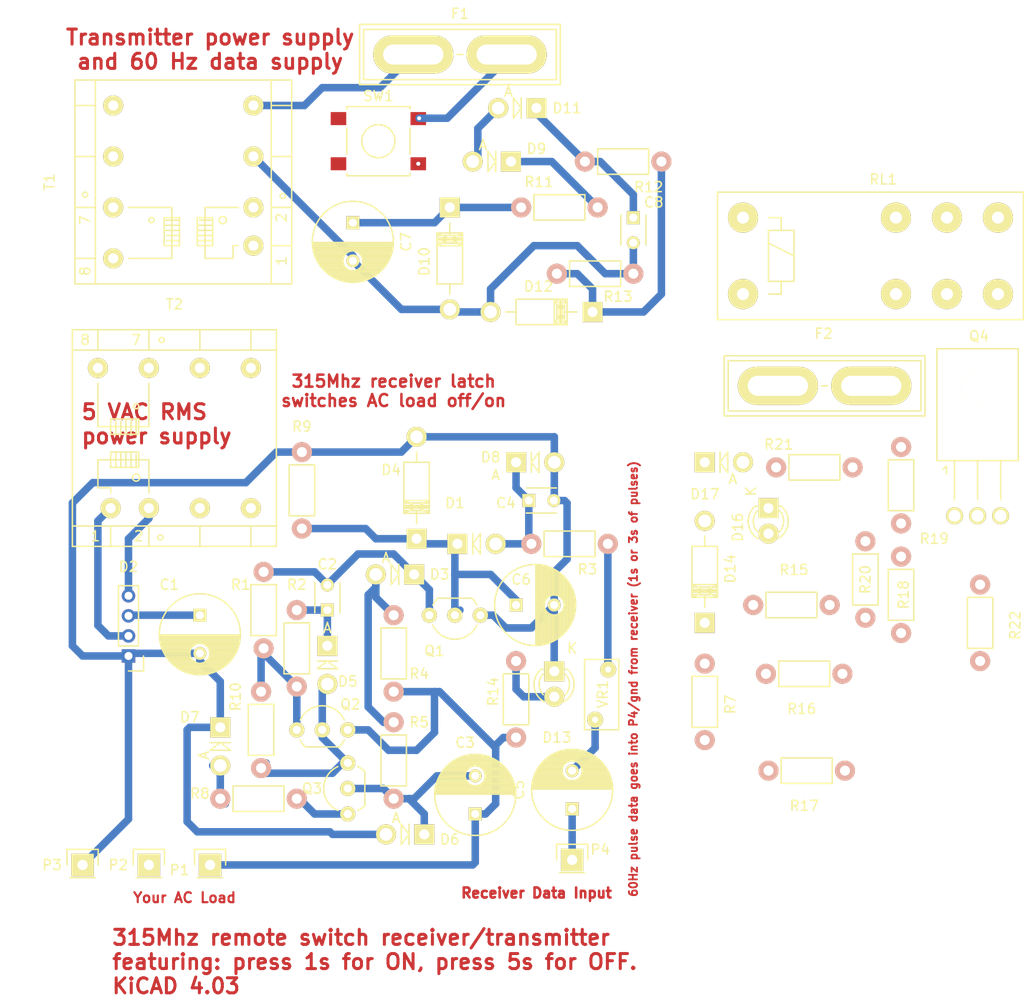
<source format=kicad_pcb>
(kicad_pcb (version 4) (host pcbnew 4.0.7)

  (general
    (links 83)
    (no_connects 21)
    (area 167.793999 74.829999 270.223001 174.588)
    (thickness 1.6)
    (drawings 12)
    (tracks 189)
    (zones 0)
    (modules 60)
    (nets 38)
  )

  (page A4)
  (layers
    (0 F.Cu signal)
    (31 B.Cu signal)
    (32 B.Adhes user)
    (33 F.Adhes user)
    (34 B.Paste user)
    (35 F.Paste user)
    (36 B.SilkS user)
    (37 F.SilkS user)
    (38 B.Mask user)
    (39 F.Mask user)
    (40 Dwgs.User user)
    (41 Cmts.User user)
    (42 Eco1.User user)
    (43 Eco2.User user)
    (44 Edge.Cuts user)
    (45 Margin user)
    (46 B.CrtYd user)
    (47 F.CrtYd user)
    (48 B.Fab user)
    (49 F.Fab user)
  )

  (setup
    (last_trace_width 0.75)
    (trace_clearance 0.4)
    (zone_clearance 0.508)
    (zone_45_only no)
    (trace_min 0.2)
    (segment_width 0.2)
    (edge_width 0.15)
    (via_size 0.41)
    (via_drill 0.4)
    (via_min_size 0.4)
    (via_min_drill 0.3)
    (uvia_size 0.3)
    (uvia_drill 0.1)
    (uvias_allowed no)
    (uvia_min_size 0.2)
    (uvia_min_drill 0.1)
    (pcb_text_width 0.3)
    (pcb_text_size 1.5 1.5)
    (mod_edge_width 0.15)
    (mod_text_size 1 1)
    (mod_text_width 0.15)
    (pad_size 1.524 1.524)
    (pad_drill 0.762)
    (pad_to_mask_clearance 0.2)
    (aux_axis_origin 0 0)
    (visible_elements 7FFFFFFF)
    (pcbplotparams
      (layerselection 0x00030_80000001)
      (usegerberextensions false)
      (excludeedgelayer true)
      (linewidth 1.000000)
      (plotframeref false)
      (viasonmask false)
      (mode 1)
      (useauxorigin false)
      (hpglpennumber 1)
      (hpglpenspeed 20)
      (hpglpendiameter 15)
      (hpglpenoverlay 2)
      (psnegative false)
      (psa4output false)
      (plotreference true)
      (plotvalue true)
      (plotinvisibletext false)
      (padsonsilk false)
      (subtractmaskfromsilk false)
      (outputformat 1)
      (mirror false)
      (drillshape 1)
      (scaleselection 1)
      (outputdirectory ""))
  )

  (net 0 "")
  (net 1 "Net-(C2-Pad1)")
  (net 2 "Net-(C2-Pad2)")
  (net 3 "Net-(C4-Pad1)")
  (net 4 "Net-(D2-Pad2)")
  (net 5 "Net-(D2-Pad4)")
  (net 6 "Net-(C6-Pad1)")
  (net 7 "Net-(D3-Pad2)")
  (net 8 "Net-(Q3-Pad1)")
  (net 9 "Net-(C1-Pad1)")
  (net 10 "Net-(C1-Pad2)")
  (net 11 "Net-(D5-Pad2)")
  (net 12 "Net-(C3-Pad1)")
  (net 13 "Net-(C3-Pad2)")
  (net 14 "Net-(D7-Pad2)")
  (net 15 "Net-(C5-Pad1)")
  (net 16 "Net-(C7-Pad1)")
  (net 17 "Net-(C7-Pad2)")
  (net 18 "Net-(D9-Pad1)")
  (net 19 "Net-(F1-Pad2)")
  (net 20 "Net-(C8-Pad1)")
  (net 21 "Net-(D11-Pad2)")
  (net 22 "Net-(D12-Pad1)")
  (net 23 "Net-(F1-Pad1)")
  (net 24 "Net-(C5-Pad2)")
  (net 25 "Net-(R3-Pad1)")
  (net 26 "Net-(D13-Pad2)")
  (net 27 "Net-(D14-Pad1)")
  (net 28 "Net-(D16-Pad1)")
  (net 29 "Net-(D16-Pad2)")
  (net 30 "Net-(D17-Pad2)")
  (net 31 "Net-(D17-Pad1)")
  (net 32 "Net-(F2-Pad2)")
  (net 33 "Net-(Q4-Pad2)")
  (net 34 "Net-(R15-Pad1)")
  (net 35 "Net-(R15-Pad2)")
  (net 36 "Net-(R18-Pad1)")
  (net 37 "Net-(R19-Pad1)")

  (net_class Default "This is the default net class."
    (clearance 0.4)
    (trace_width 0.75)
    (via_dia 0.41)
    (via_drill 0.4)
    (uvia_dia 0.3)
    (uvia_drill 0.1)
    (add_net "Net-(C1-Pad1)")
    (add_net "Net-(C1-Pad2)")
    (add_net "Net-(C2-Pad1)")
    (add_net "Net-(C2-Pad2)")
    (add_net "Net-(C3-Pad1)")
    (add_net "Net-(C3-Pad2)")
    (add_net "Net-(C4-Pad1)")
    (add_net "Net-(C5-Pad1)")
    (add_net "Net-(C5-Pad2)")
    (add_net "Net-(C6-Pad1)")
    (add_net "Net-(C7-Pad1)")
    (add_net "Net-(C7-Pad2)")
    (add_net "Net-(C8-Pad1)")
    (add_net "Net-(D11-Pad2)")
    (add_net "Net-(D12-Pad1)")
    (add_net "Net-(D13-Pad2)")
    (add_net "Net-(D14-Pad1)")
    (add_net "Net-(D16-Pad1)")
    (add_net "Net-(D16-Pad2)")
    (add_net "Net-(D17-Pad1)")
    (add_net "Net-(D17-Pad2)")
    (add_net "Net-(D2-Pad2)")
    (add_net "Net-(D2-Pad4)")
    (add_net "Net-(D3-Pad2)")
    (add_net "Net-(D5-Pad2)")
    (add_net "Net-(D7-Pad2)")
    (add_net "Net-(D9-Pad1)")
    (add_net "Net-(F1-Pad1)")
    (add_net "Net-(F1-Pad2)")
    (add_net "Net-(F2-Pad2)")
    (add_net "Net-(Q3-Pad1)")
    (add_net "Net-(Q4-Pad2)")
    (add_net "Net-(R15-Pad1)")
    (add_net "Net-(R15-Pad2)")
    (add_net "Net-(R18-Pad1)")
    (add_net "Net-(R19-Pad1)")
    (add_net "Net-(R3-Pad1)")
  )

  (module Resistors_ThroughHole:Resistor_Horizontal_RM7mm (layer F.Cu) (tedit 580B4C4B) (tstamp 57FEE69D)
    (at 223.266 102.108)
    (descr "Resistor, Axial,  RM 7.62mm, 1/3W,")
    (tags "Resistor Axial RM 7.62mm 1/3W R3")
    (path /57FEE0BB)
    (fp_text reference R13 (at 6.096 2.286 180) (layer F.SilkS)
      (effects (font (size 1 1) (thickness 0.15)))
    )
    (fp_text value 1meg (at 4.064 0) (layer F.Fab)
      (effects (font (size 1 1) (thickness 0.15)))
    )
    (fp_line (start -1.25 -1.5) (end 8.85 -1.5) (layer F.CrtYd) (width 0.05))
    (fp_line (start -1.25 1.5) (end -1.25 -1.5) (layer F.CrtYd) (width 0.05))
    (fp_line (start 8.85 -1.5) (end 8.85 1.5) (layer F.CrtYd) (width 0.05))
    (fp_line (start -1.25 1.5) (end 8.85 1.5) (layer F.CrtYd) (width 0.05))
    (fp_line (start 1.27 -1.27) (end 6.35 -1.27) (layer F.SilkS) (width 0.15))
    (fp_line (start 6.35 -1.27) (end 6.35 1.27) (layer F.SilkS) (width 0.15))
    (fp_line (start 6.35 1.27) (end 1.27 1.27) (layer F.SilkS) (width 0.15))
    (fp_line (start 1.27 1.27) (end 1.27 -1.27) (layer F.SilkS) (width 0.15))
    (pad 1 thru_hole circle (at 0 0) (size 1.99898 1.99898) (drill 1.00076) (layers *.Cu *.SilkS *.Mask)
      (net 22 "Net-(D12-Pad1)"))
    (pad 2 thru_hole circle (at 7.62 0) (size 1.99898 1.99898) (drill 1.00076) (layers *.Cu *.SilkS *.Mask)
      (net 17 "Net-(C7-Pad2)"))
  )

  (module Resistors_ThroughHole:Resistor_Horizontal_RM7mm (layer F.Cu) (tedit 57F85BA1) (tstamp 57F85AE0)
    (at 228.346 129.032 180)
    (descr "Resistor, Axial,  RM 7.62mm, 1/3W,")
    (tags "Resistor Axial RM 7.62mm 1/3W R3")
    (path /57E7FC3F)
    (fp_text reference R3 (at 2.032 -2.54 180) (layer F.SilkS)
      (effects (font (size 1 1) (thickness 0.15)))
    )
    (fp_text value 1K (at 4.064 0 180) (layer F.Fab)
      (effects (font (size 1 1) (thickness 0.15)))
    )
    (fp_line (start -1.25 -1.5) (end 8.85 -1.5) (layer F.CrtYd) (width 0.05))
    (fp_line (start -1.25 1.5) (end -1.25 -1.5) (layer F.CrtYd) (width 0.05))
    (fp_line (start 8.85 -1.5) (end 8.85 1.5) (layer F.CrtYd) (width 0.05))
    (fp_line (start -1.25 1.5) (end 8.85 1.5) (layer F.CrtYd) (width 0.05))
    (fp_line (start 1.27 -1.27) (end 6.35 -1.27) (layer F.SilkS) (width 0.15))
    (fp_line (start 6.35 -1.27) (end 6.35 1.27) (layer F.SilkS) (width 0.15))
    (fp_line (start 6.35 1.27) (end 1.27 1.27) (layer F.SilkS) (width 0.15))
    (fp_line (start 1.27 1.27) (end 1.27 -1.27) (layer F.SilkS) (width 0.15))
    (pad 1 thru_hole circle (at 0 0 180) (size 1.99898 1.99898) (drill 1.00076) (layers *.Cu *.SilkS *.Mask)
      (net 25 "Net-(R3-Pad1)"))
    (pad 2 thru_hole circle (at 7.62 0 180) (size 1.99898 1.99898) (drill 1.00076) (layers *.Cu *.SilkS *.Mask)
      (net 3 "Net-(C4-Pad1)"))
  )

  (module Capacitors_ThroughHole:C_Disc_D3_P2.5 (layer F.Cu) (tedit 57F855B6) (tstamp 57E99753)
    (at 200.406 135.636 90)
    (descr "Capacitor 3mm Disc, Pitch 2.5mm")
    (tags Capacitor)
    (path /57E810EA)
    (fp_text reference C2 (at 4.572 0 180) (layer F.SilkS)
      (effects (font (size 1 1) (thickness 0.15)))
    )
    (fp_text value 1uF (at 2.032 2.54 360) (layer F.Fab)
      (effects (font (size 1 1) (thickness 0.15)))
    )
    (fp_line (start -0.9 -1.5) (end 3.4 -1.5) (layer F.CrtYd) (width 0.05))
    (fp_line (start 3.4 -1.5) (end 3.4 1.5) (layer F.CrtYd) (width 0.05))
    (fp_line (start 3.4 1.5) (end -0.9 1.5) (layer F.CrtYd) (width 0.05))
    (fp_line (start -0.9 1.5) (end -0.9 -1.5) (layer F.CrtYd) (width 0.05))
    (fp_line (start -0.25 -1.25) (end 2.75 -1.25) (layer F.SilkS) (width 0.15))
    (fp_line (start 2.75 1.25) (end -0.25 1.25) (layer F.SilkS) (width 0.15))
    (pad 1 thru_hole rect (at 0 0 90) (size 1.3 1.3) (drill 0.8) (layers *.Cu *.Mask F.SilkS)
      (net 1 "Net-(C2-Pad1)"))
    (pad 2 thru_hole circle (at 2.5 0 90) (size 1.3 1.3) (drill 0.8001) (layers *.Cu *.Mask F.SilkS)
      (net 2 "Net-(C2-Pad2)"))
    (model Capacitors_ThroughHole.3dshapes/C_Disc_D3_P2.5.wrl
      (at (xyz 0.0492126 0 0))
      (scale (xyz 1 1 1))
      (rotate (xyz 0 0 0))
    )
  )

  (module Capacitors_ThroughHole:C_Disc_D3_P2.5 (layer F.Cu) (tedit 580B47CC) (tstamp 57E9976B)
    (at 220.472 124.714)
    (descr "Capacitor 3mm Disc, Pitch 2.5mm")
    (tags Capacitor)
    (path /57E7FC10)
    (fp_text reference C4 (at -2.286 0.254 180) (layer F.SilkS)
      (effects (font (size 1 1) (thickness 0.15)))
    )
    (fp_text value 2uf (at 5.08 -1.524 180) (layer F.Fab)
      (effects (font (size 1 1) (thickness 0.15)))
    )
    (fp_line (start -0.9 -1.5) (end 3.4 -1.5) (layer F.CrtYd) (width 0.05))
    (fp_line (start 3.4 -1.5) (end 3.4 1.5) (layer F.CrtYd) (width 0.05))
    (fp_line (start 3.4 1.5) (end -0.9 1.5) (layer F.CrtYd) (width 0.05))
    (fp_line (start -0.9 1.5) (end -0.9 -1.5) (layer F.CrtYd) (width 0.05))
    (fp_line (start -0.25 -1.25) (end 2.75 -1.25) (layer F.SilkS) (width 0.15))
    (fp_line (start 2.75 1.25) (end -0.25 1.25) (layer F.SilkS) (width 0.15))
    (pad 1 thru_hole rect (at 0 0) (size 1.3 1.3) (drill 0.8) (layers *.Cu *.Mask F.SilkS)
      (net 3 "Net-(C4-Pad1)"))
    (pad 2 thru_hole circle (at 2.5 0) (size 1.3 1.3) (drill 0.8001) (layers *.Cu *.Mask F.SilkS)
      (net 10 "Net-(C1-Pad2)"))
    (model Capacitors_ThroughHole.3dshapes/C_Disc_D3_P2.5.wrl
      (at (xyz 0.0492126 0 0))
      (scale (xyz 1 1 1))
      (rotate (xyz 0 0 0))
    )
  )

  (module Pin_Headers:Pin_Header_Straight_1x04_Pitch2.00mm (layer F.Cu) (tedit 57EDD347) (tstamp 57E99789)
    (at 180.594 140.208 180)
    (descr "Through hole pin header, 1x04, 2.00mm pitch, single row")
    (tags "pin header single row")
    (path /57E85EAD)
    (fp_text reference D2 (at 0 8.89 180) (layer F.SilkS)
      (effects (font (size 1 1) (thickness 0.15)))
    )
    (fp_text value Diode_Bridge (at 6.604 2.286 180) (layer F.Fab)
      (effects (font (size 1 1) (thickness 0.15)))
    )
    (fp_line (start -1 1) (end 1 1) (layer F.SilkS) (width 0.15))
    (fp_line (start 1 1) (end 1 7) (layer F.SilkS) (width 0.15))
    (fp_line (start 1 7) (end -1 7) (layer F.SilkS) (width 0.15))
    (fp_line (start -1 7) (end -1 1) (layer F.SilkS) (width 0.15))
    (fp_line (start -1.6 -1.6) (end 1.6 -1.6) (layer F.CrtYd) (width 0.05))
    (fp_line (start 1.6 -1.6) (end 1.6 7.6) (layer F.CrtYd) (width 0.05))
    (fp_line (start 1.6 7.6) (end -1.6 7.6) (layer F.CrtYd) (width 0.05))
    (fp_line (start -1.6 7.6) (end -1.6 -1.6) (layer F.CrtYd) (width 0.05))
    (fp_line (start -1.5 0) (end -1.5 -1.5) (layer F.SilkS) (width 0.15))
    (fp_line (start -1.5 -1.5) (end 0 -1.5) (layer F.SilkS) (width 0.15))
    (pad 1 thru_hole rect (at 0 0 180) (size 1.35 1.35) (drill 0.8) (layers *.Cu *.Mask)
      (net 10 "Net-(C1-Pad2)"))
    (pad 2 thru_hole circle (at 0 2 180) (size 1.35 1.35) (drill 0.8) (layers *.Cu *.Mask)
      (net 4 "Net-(D2-Pad2)"))
    (pad 3 thru_hole circle (at 0 4 180) (size 1.35 1.35) (drill 0.8) (layers *.Cu *.Mask)
      (net 9 "Net-(C1-Pad1)"))
    (pad 4 thru_hole circle (at 0 6 180) (size 1.35 1.35) (drill 0.8) (layers *.Cu *.Mask)
      (net 5 "Net-(D2-Pad4)"))
    (model Pin_Headers.3dshapes/Pin_Header_Straight_1x04_Pitch2.00mm.wrl
      (at (xyz 0 0 0))
      (scale (xyz 1 1 1))
      (rotate (xyz 0 0 0))
    )
  )

  (module Transformers_SMPS_ThroughHole:Coilcraft-Q4434-B_Rhombus-T1311 (layer F.Cu) (tedit 57EDD241) (tstamp 57EAB15C)
    (at 185.166 119.126)
    (descr "Transformator, Transformer, Flyback, Coilcraft Q4434-B, Rgombus T1311,")
    (tags "Transformator, Transformer, Flyback, Coilcraft Q4434-B, Rgombus T1311,")
    (path /57E85DDB)
    (fp_text reference T2 (at 0 -13.97) (layer F.SilkS)
      (effects (font (size 1 1) (thickness 0.15)))
    )
    (fp_text value TRANSFO (at 2.794 9.144) (layer F.Fab)
      (effects (font (size 1 1) (thickness 0.15)))
    )
    (fp_line (start -6.35 8.128) (end -6.35 10.16) (layer F.SilkS) (width 0.15))
    (fp_line (start -2.54 8.128) (end -2.54 10.16) (layer F.SilkS) (width 0.15))
    (fp_line (start 2.54 8.128) (end 2.54 10.033) (layer F.SilkS) (width 0.15))
    (fp_line (start 7.62 8.128) (end 7.62 10.033) (layer F.SilkS) (width 0.15))
    (fp_line (start 10.16 8.128) (end 10.16 10.033) (layer F.SilkS) (width 0.15))
    (fp_line (start -10.16 8.128) (end -10.16 10.16) (layer F.SilkS) (width 0.15))
    (fp_line (start -10.16 10.16) (end 10.16 10.16) (layer F.SilkS) (width 0.15))
    (fp_text user 8 (at -8.89 -10.414) (layer F.SilkS)
      (effects (font (size 1 1) (thickness 0.15)))
    )
    (fp_text user 7 (at -3.81 -10.414) (layer F.SilkS)
      (effects (font (size 1 1) (thickness 0.15)))
    )
    (fp_text user 2 (at -3.556 9.144) (layer F.SilkS)
      (effects (font (size 1 1) (thickness 0.15)))
    )
    (fp_text user 1 (at -7.874 9.144) (layer F.SilkS)
      (effects (font (size 1 1) (thickness 0.15)))
    )
    (fp_circle (center -1.397 9.271) (end -1.397 9.525) (layer F.SilkS) (width 0.15))
    (fp_circle (center -1.27 -10.414) (end -1.27 -10.16) (layer F.SilkS) (width 0.15))
    (fp_circle (center -3.81 -3.81) (end -3.81 -3.556) (layer F.SilkS) (width 0.15))
    (fp_circle (center -3.81 3.302) (end -3.556 3.556) (layer F.SilkS) (width 0.15))
    (fp_line (start -3.81 1.016) (end -3.81 2.286) (layer F.SilkS) (width 0.15))
    (fp_line (start -4.318 0.762) (end -4.318 2.286) (layer F.SilkS) (width 0.15))
    (fp_line (start -4.826 0.762) (end -4.826 2.286) (layer F.SilkS) (width 0.15))
    (fp_line (start -5.334 0.762) (end -5.334 2.286) (layer F.SilkS) (width 0.15))
    (fp_line (start -5.842 0.762) (end -5.842 2.286) (layer F.SilkS) (width 0.15))
    (fp_line (start -6.35 0.762) (end -6.35 2.286) (layer F.SilkS) (width 0.15))
    (fp_line (start -6.35 2.286) (end -3.556 2.286) (layer F.SilkS) (width 0.15))
    (fp_line (start -3.556 2.286) (end -3.556 0.762) (layer F.SilkS) (width 0.15))
    (fp_line (start -3.556 0.762) (end -6.35 0.762) (layer F.SilkS) (width 0.15))
    (fp_line (start -6.35 1.524) (end -7.62 1.524) (layer F.SilkS) (width 0.15))
    (fp_line (start -7.62 1.524) (end -7.62 4.318) (layer F.SilkS) (width 0.15))
    (fp_line (start -7.62 4.318) (end -6.35 4.318) (layer F.SilkS) (width 0.15))
    (fp_line (start -6.35 4.318) (end -6.35 4.826) (layer F.SilkS) (width 0.15))
    (fp_line (start -6.35 1.524) (end -2.54 1.524) (layer F.SilkS) (width 0.15))
    (fp_line (start -2.54 1.524) (end -2.54 4.826) (layer F.SilkS) (width 0.15))
    (fp_line (start -3.81 -2.54) (end -3.81 -1.016) (layer F.SilkS) (width 0.15))
    (fp_line (start -4.318 -2.54) (end -4.318 -1.016) (layer F.SilkS) (width 0.15))
    (fp_line (start -4.826 -2.54) (end -4.826 -1.016) (layer F.SilkS) (width 0.15))
    (fp_line (start -5.334 -2.286) (end -5.334 -1.016) (layer F.SilkS) (width 0.15))
    (fp_line (start -5.842 -2.286) (end -5.842 -1.016) (layer F.SilkS) (width 0.15))
    (fp_line (start -6.35 -2.54) (end -3.556 -2.54) (layer F.SilkS) (width 0.15))
    (fp_line (start -3.556 -2.54) (end -3.556 -1.016) (layer F.SilkS) (width 0.15))
    (fp_line (start -3.556 -1.016) (end -6.35 -1.016) (layer F.SilkS) (width 0.15))
    (fp_line (start -6.35 -1.016) (end -6.35 -2.54) (layer F.SilkS) (width 0.15))
    (fp_line (start -7.62 -6.096) (end -7.62 -4.572) (layer F.SilkS) (width 0.15))
    (fp_line (start -7.62 -4.572) (end -7.62 -1.778) (layer F.SilkS) (width 0.15))
    (fp_line (start -7.62 -1.778) (end -2.54 -1.778) (layer F.SilkS) (width 0.15))
    (fp_line (start -2.54 -1.778) (end -2.54 -6.096) (layer F.SilkS) (width 0.15))
    (fp_line (start -7.62 -9.398) (end -7.62 -11.43) (layer F.SilkS) (width 0.15))
    (fp_line (start -2.54 -9.398) (end -2.54 -11.43) (layer F.SilkS) (width 0.15))
    (fp_line (start 2.54 -9.398) (end 2.54 -11.43) (layer F.SilkS) (width 0.15))
    (fp_line (start 7.62 -9.398) (end 7.62 -11.43) (layer F.SilkS) (width 0.15))
    (fp_line (start 10.16 -11.43) (end 10.16 -9.398) (layer F.SilkS) (width 0.15))
    (fp_line (start -10.16 -11.43) (end -10.16 -9.398) (layer F.SilkS) (width 0.15))
    (fp_line (start 10.16 -11.43) (end -10.16 -11.43) (layer F.SilkS) (width 0.15))
    (fp_line (start 10.16 -9.398) (end -10.16 -9.398) (layer F.SilkS) (width 0.15))
    (fp_line (start -10.16 -9.398) (end -10.16 8.128) (layer F.SilkS) (width 0.15))
    (fp_line (start -10.16 8.128) (end 10.16 8.128) (layer F.SilkS) (width 0.15))
    (fp_line (start 10.16 8.128) (end 10.16 -9.398) (layer F.SilkS) (width 0.15))
    (pad 5 thru_hole circle (at 7.62 -7.62) (size 1.99898 1.99898) (drill 1.00076) (layers *.Cu *.Mask F.SilkS))
    (pad 6 thru_hole circle (at 2.54 -7.62) (size 1.99898 1.99898) (drill 1.00076) (layers *.Cu *.Mask F.SilkS))
    (pad 7 thru_hole circle (at -2.54 -7.62) (size 1.99898 1.99898) (drill 1.00076) (layers *.Cu *.Mask F.SilkS))
    (pad 8 thru_hole circle (at -7.62 -7.62) (size 1.99898 1.99898) (drill 1.00076) (layers *.Cu *.Mask F.SilkS))
    (pad 1 thru_hole circle (at -6.35 6.35) (size 1.99898 1.99898) (drill 1.00076) (layers *.Cu *.Mask F.SilkS)
      (net 4 "Net-(D2-Pad2)"))
    (pad 2 thru_hole circle (at -2.54 6.35) (size 1.99898 1.99898) (drill 1.00076) (layers *.Cu *.Mask F.SilkS)
      (net 5 "Net-(D2-Pad4)"))
    (pad 3 thru_hole circle (at 2.54 6.35) (size 1.99898 1.99898) (drill 1.00076) (layers *.Cu *.Mask F.SilkS))
    (pad 4 thru_hole circle (at 7.62 6.35) (size 1.99898 1.99898) (drill 1.00076) (layers *.Cu *.Mask F.SilkS))
  )

  (module Resistors_ThroughHole:Resistor_Horizontal_RM7mm (layer F.Cu) (tedit 57F6E244) (tstamp 57EBC598)
    (at 194.056 139.446 90)
    (descr "Resistor, Axial,  RM 7.62mm, 1/3W,")
    (tags "Resistor Axial RM 7.62mm 1/3W R3")
    (path /57E8104D)
    (fp_text reference R1 (at 6.35 -2.286 180) (layer F.SilkS)
      (effects (font (size 1 1) (thickness 0.15)))
    )
    (fp_text value 330K (at 3.81 0 90) (layer F.Fab)
      (effects (font (size 1 1) (thickness 0.15)))
    )
    (fp_line (start -1.25 -1.5) (end 8.85 -1.5) (layer F.CrtYd) (width 0.05))
    (fp_line (start -1.25 1.5) (end -1.25 -1.5) (layer F.CrtYd) (width 0.05))
    (fp_line (start 8.85 -1.5) (end 8.85 1.5) (layer F.CrtYd) (width 0.05))
    (fp_line (start -1.25 1.5) (end 8.85 1.5) (layer F.CrtYd) (width 0.05))
    (fp_line (start 1.27 -1.27) (end 6.35 -1.27) (layer F.SilkS) (width 0.15))
    (fp_line (start 6.35 -1.27) (end 6.35 1.27) (layer F.SilkS) (width 0.15))
    (fp_line (start 6.35 1.27) (end 1.27 1.27) (layer F.SilkS) (width 0.15))
    (fp_line (start 1.27 1.27) (end 1.27 -1.27) (layer F.SilkS) (width 0.15))
    (pad 1 thru_hole circle (at 0 0 90) (size 1.99898 1.99898) (drill 1.00076) (layers *.Cu *.SilkS *.Mask)
      (net 27 "Net-(D14-Pad1)"))
    (pad 2 thru_hole circle (at 7.62 0 90) (size 1.99898 1.99898) (drill 1.00076) (layers *.Cu *.SilkS *.Mask)
      (net 2 "Net-(C2-Pad2)"))
  )

  (module Resistors_ThroughHole:Resistor_Horizontal_RM7mm (layer F.Cu) (tedit 57F855BA) (tstamp 57EBC5A5)
    (at 197.358 143.256 90)
    (descr "Resistor, Axial,  RM 7.62mm, 1/3W,")
    (tags "Resistor Axial RM 7.62mm 1/3W R3")
    (path /57E81098)
    (fp_text reference R2 (at 10.16 0 180) (layer F.SilkS)
      (effects (font (size 1 1) (thickness 0.15)))
    )
    (fp_text value 100K (at 3.81 0 90) (layer F.Fab)
      (effects (font (size 1 1) (thickness 0.15)))
    )
    (fp_line (start -1.25 -1.5) (end 8.85 -1.5) (layer F.CrtYd) (width 0.05))
    (fp_line (start -1.25 1.5) (end -1.25 -1.5) (layer F.CrtYd) (width 0.05))
    (fp_line (start 8.85 -1.5) (end 8.85 1.5) (layer F.CrtYd) (width 0.05))
    (fp_line (start -1.25 1.5) (end 8.85 1.5) (layer F.CrtYd) (width 0.05))
    (fp_line (start 1.27 -1.27) (end 6.35 -1.27) (layer F.SilkS) (width 0.15))
    (fp_line (start 6.35 -1.27) (end 6.35 1.27) (layer F.SilkS) (width 0.15))
    (fp_line (start 6.35 1.27) (end 1.27 1.27) (layer F.SilkS) (width 0.15))
    (fp_line (start 1.27 1.27) (end 1.27 -1.27) (layer F.SilkS) (width 0.15))
    (pad 1 thru_hole circle (at 0 0 90) (size 1.99898 1.99898) (drill 1.00076) (layers *.Cu *.SilkS *.Mask)
      (net 27 "Net-(D14-Pad1)"))
    (pad 2 thru_hole circle (at 7.62 0 90) (size 1.99898 1.99898) (drill 1.00076) (layers *.Cu *.SilkS *.Mask)
      (net 1 "Net-(C2-Pad1)"))
  )

  (module Resistors_ThroughHole:Resistor_Horizontal_RM7mm (layer F.Cu) (tedit 57EDD05E) (tstamp 57EBC5BF)
    (at 207.01 143.764 90)
    (descr "Resistor, Axial,  RM 7.62mm, 1/3W,")
    (tags "Resistor Axial RM 7.62mm 1/3W R3")
    (path /57E832F0)
    (fp_text reference R4 (at 1.778 2.54 180) (layer F.SilkS)
      (effects (font (size 1 1) (thickness 0.15)))
    )
    (fp_text value 100K (at 3.81 0 270) (layer F.Fab)
      (effects (font (size 1 1) (thickness 0.15)))
    )
    (fp_line (start -1.25 -1.5) (end 8.85 -1.5) (layer F.CrtYd) (width 0.05))
    (fp_line (start -1.25 1.5) (end -1.25 -1.5) (layer F.CrtYd) (width 0.05))
    (fp_line (start 8.85 -1.5) (end 8.85 1.5) (layer F.CrtYd) (width 0.05))
    (fp_line (start -1.25 1.5) (end 8.85 1.5) (layer F.CrtYd) (width 0.05))
    (fp_line (start 1.27 -1.27) (end 6.35 -1.27) (layer F.SilkS) (width 0.15))
    (fp_line (start 6.35 -1.27) (end 6.35 1.27) (layer F.SilkS) (width 0.15))
    (fp_line (start 6.35 1.27) (end 1.27 1.27) (layer F.SilkS) (width 0.15))
    (fp_line (start 1.27 1.27) (end 1.27 -1.27) (layer F.SilkS) (width 0.15))
    (pad 1 thru_hole circle (at 0 0 90) (size 1.99898 1.99898) (drill 1.00076) (layers *.Cu *.SilkS *.Mask)
      (net 12 "Net-(C3-Pad1)"))
    (pad 2 thru_hole circle (at 7.62 0 90) (size 1.99898 1.99898) (drill 1.00076) (layers *.Cu *.SilkS *.Mask)
      (net 7 "Net-(D3-Pad2)"))
  )

  (module Resistors_ThroughHole:Resistor_Horizontal_RM7mm (layer F.Cu) (tedit 57F856F0) (tstamp 57EBC5CC)
    (at 207.01 146.812 270)
    (descr "Resistor, Axial,  RM 7.62mm, 1/3W,")
    (tags "Resistor Axial RM 7.62mm 1/3W R3")
    (path /57E83337)
    (fp_text reference R5 (at 0 -2.54 360) (layer F.SilkS)
      (effects (font (size 1 1) (thickness 0.15)))
    )
    (fp_text value 330K (at 3.81 0 270) (layer F.Fab)
      (effects (font (size 1 1) (thickness 0.15)))
    )
    (fp_line (start -1.25 -1.5) (end 8.85 -1.5) (layer F.CrtYd) (width 0.05))
    (fp_line (start -1.25 1.5) (end -1.25 -1.5) (layer F.CrtYd) (width 0.05))
    (fp_line (start 8.85 -1.5) (end 8.85 1.5) (layer F.CrtYd) (width 0.05))
    (fp_line (start -1.25 1.5) (end 8.85 1.5) (layer F.CrtYd) (width 0.05))
    (fp_line (start 1.27 -1.27) (end 6.35 -1.27) (layer F.SilkS) (width 0.15))
    (fp_line (start 6.35 -1.27) (end 6.35 1.27) (layer F.SilkS) (width 0.15))
    (fp_line (start 6.35 1.27) (end 1.27 1.27) (layer F.SilkS) (width 0.15))
    (fp_line (start 1.27 1.27) (end 1.27 -1.27) (layer F.SilkS) (width 0.15))
    (pad 1 thru_hole circle (at 0 0 270) (size 1.99898 1.99898) (drill 1.00076) (layers *.Cu *.SilkS *.Mask)
      (net 7 "Net-(D3-Pad2)"))
    (pad 2 thru_hole circle (at 7.62 0 270) (size 1.99898 1.99898) (drill 1.00076) (layers *.Cu *.SilkS *.Mask)
      (net 13 "Net-(C3-Pad2)"))
  )

  (module Pin_Headers:Pin_Header_Straight_1x01 (layer F.Cu) (tedit 57F4601B) (tstamp 57EA955A)
    (at 188.722 161.036)
    (descr "Through hole pin header")
    (tags "pin header")
    (path /57EAAC69)
    (fp_text reference P1 (at -3.048 0.508) (layer F.SilkS)
      (effects (font (size 1 1) (thickness 0.15)))
    )
    (fp_text value CONN_01X01 (at 1.016 -2.54) (layer F.Fab)
      (effects (font (size 1 1) (thickness 0.15)))
    )
    (fp_line (start 1.55 -1.55) (end 1.55 0) (layer F.SilkS) (width 0.15))
    (fp_line (start -1.75 -1.75) (end -1.75 1.75) (layer F.CrtYd) (width 0.05))
    (fp_line (start 1.75 -1.75) (end 1.75 1.75) (layer F.CrtYd) (width 0.05))
    (fp_line (start -1.75 -1.75) (end 1.75 -1.75) (layer F.CrtYd) (width 0.05))
    (fp_line (start -1.75 1.75) (end 1.75 1.75) (layer F.CrtYd) (width 0.05))
    (fp_line (start -1.55 0) (end -1.55 -1.55) (layer F.SilkS) (width 0.15))
    (fp_line (start -1.55 -1.55) (end 1.55 -1.55) (layer F.SilkS) (width 0.15))
    (fp_line (start -1.27 1.27) (end 1.27 1.27) (layer F.SilkS) (width 0.15))
    (pad 1 thru_hole rect (at 0 0) (size 2.2352 2.2352) (drill 1.016) (layers *.Cu *.Mask F.SilkS)
      (net 12 "Net-(C3-Pad1)"))
    (model Pin_Headers.3dshapes/Pin_Header_Straight_1x01.wrl
      (at (xyz 0 0 0))
      (scale (xyz 1 1 1))
      (rotate (xyz 0 0 90))
    )
  )

  (module Pin_Headers:Pin_Header_Straight_1x01 (layer F.Cu) (tedit 57F46032) (tstamp 57EA955F)
    (at 182.626 161.036)
    (descr "Through hole pin header")
    (tags "pin header")
    (path /57EABFA4)
    (fp_text reference P2 (at -3.048 0) (layer F.SilkS)
      (effects (font (size 1 1) (thickness 0.15)))
    )
    (fp_text value CONN_01X01 (at 0 -4.064) (layer F.Fab)
      (effects (font (size 1 1) (thickness 0.15)))
    )
    (fp_line (start 1.55 -1.55) (end 1.55 0) (layer F.SilkS) (width 0.15))
    (fp_line (start -1.75 -1.75) (end -1.75 1.75) (layer F.CrtYd) (width 0.05))
    (fp_line (start 1.75 -1.75) (end 1.75 1.75) (layer F.CrtYd) (width 0.05))
    (fp_line (start -1.75 -1.75) (end 1.75 -1.75) (layer F.CrtYd) (width 0.05))
    (fp_line (start -1.75 1.75) (end 1.75 1.75) (layer F.CrtYd) (width 0.05))
    (fp_line (start -1.55 0) (end -1.55 -1.55) (layer F.SilkS) (width 0.15))
    (fp_line (start -1.55 -1.55) (end 1.55 -1.55) (layer F.SilkS) (width 0.15))
    (fp_line (start -1.27 1.27) (end 1.27 1.27) (layer F.SilkS) (width 0.15))
    (pad 1 thru_hole rect (at 0 0) (size 2.2352 2.2352) (drill 1.016) (layers *.Cu *.Mask F.SilkS))
    (model Pin_Headers.3dshapes/Pin_Header_Straight_1x01.wrl
      (at (xyz 0 0 0))
      (scale (xyz 1 1 1))
      (rotate (xyz 0 0 90))
    )
  )

  (module Pin_Headers:Pin_Header_Straight_1x01 (layer F.Cu) (tedit 57F46015) (tstamp 57EA99E3)
    (at 176.022 161.036)
    (descr "Through hole pin header")
    (tags "pin header")
    (path /57EAABF4)
    (fp_text reference P3 (at -3.048 0) (layer F.SilkS)
      (effects (font (size 1 1) (thickness 0.15)))
    )
    (fp_text value CONN_01X01 (at -1.016 -2.54) (layer F.Fab)
      (effects (font (size 1 1) (thickness 0.15)))
    )
    (fp_line (start 1.55 -1.55) (end 1.55 0) (layer F.SilkS) (width 0.15))
    (fp_line (start -1.75 -1.75) (end -1.75 1.75) (layer F.CrtYd) (width 0.05))
    (fp_line (start 1.75 -1.75) (end 1.75 1.75) (layer F.CrtYd) (width 0.05))
    (fp_line (start -1.75 -1.75) (end 1.75 -1.75) (layer F.CrtYd) (width 0.05))
    (fp_line (start -1.75 1.75) (end 1.75 1.75) (layer F.CrtYd) (width 0.05))
    (fp_line (start -1.55 0) (end -1.55 -1.55) (layer F.SilkS) (width 0.15))
    (fp_line (start -1.55 -1.55) (end 1.55 -1.55) (layer F.SilkS) (width 0.15))
    (fp_line (start -1.27 1.27) (end 1.27 1.27) (layer F.SilkS) (width 0.15))
    (pad 1 thru_hole rect (at 0 0) (size 2.2352 2.2352) (drill 1.016) (layers *.Cu *.Mask F.SilkS)
      (net 10 "Net-(C1-Pad2)"))
    (model Pin_Headers.3dshapes/Pin_Header_Straight_1x01.wrl
      (at (xyz 0 0 0))
      (scale (xyz 1 1 1))
      (rotate (xyz 0 0 90))
    )
  )

  (module Pin_Headers:Pin_Header_Straight_1x01 (layer F.Cu) (tedit 580B49EC) (tstamp 57F3E9FB)
    (at 224.79 160.528)
    (descr "Through hole pin header")
    (tags "pin header")
    (path /57EABCE6)
    (fp_text reference P4 (at 2.794 -1.016) (layer F.SilkS)
      (effects (font (size 1 1) (thickness 0.15)))
    )
    (fp_text value CONN_01X01 (at -4.318 0.762) (layer F.Fab)
      (effects (font (size 1 1) (thickness 0.15)))
    )
    (fp_line (start 1.55 -1.55) (end 1.55 0) (layer F.SilkS) (width 0.15))
    (fp_line (start -1.75 -1.75) (end -1.75 1.75) (layer F.CrtYd) (width 0.05))
    (fp_line (start 1.75 -1.75) (end 1.75 1.75) (layer F.CrtYd) (width 0.05))
    (fp_line (start -1.75 -1.75) (end 1.75 -1.75) (layer F.CrtYd) (width 0.05))
    (fp_line (start -1.75 1.75) (end 1.75 1.75) (layer F.CrtYd) (width 0.05))
    (fp_line (start -1.55 0) (end -1.55 -1.55) (layer F.SilkS) (width 0.15))
    (fp_line (start -1.55 -1.55) (end 1.55 -1.55) (layer F.SilkS) (width 0.15))
    (fp_line (start -1.27 1.27) (end 1.27 1.27) (layer F.SilkS) (width 0.15))
    (pad 1 thru_hole rect (at 0 0) (size 2.2352 2.2352) (drill 1.016) (layers *.Cu *.Mask F.SilkS)
      (net 15 "Net-(C5-Pad1)"))
    (model Pin_Headers.3dshapes/Pin_Header_Straight_1x01.wrl
      (at (xyz 0 0 0))
      (scale (xyz 1 1 1))
      (rotate (xyz 0 0 90))
    )
  )

  (module TO_SOT_Packages_THT:TO-92_Inline_Wide (layer F.Cu) (tedit 57F85BB7) (tstamp 57EAF026)
    (at 202.438 155.956 90)
    (descr "TO-92 leads in-line, wide, drill 0.8mm (see NXP sot054_po.pdf)")
    (tags "to-92 sc-43 sc-43a sot54 PA33 transistor")
    (path /57EADDBD)
    (fp_text reference Q3 (at 2.54 -3.556 360) (layer F.SilkS)
      (effects (font (size 1 1) (thickness 0.15)))
    )
    (fp_text value 2N4401 (at 4.064 3.048 90) (layer F.Fab)
      (effects (font (size 1 1) (thickness 0.15)))
    )
    (fp_arc (start 2.54 0) (end 0.84 1.7) (angle 20.5) (layer F.SilkS) (width 0.15))
    (fp_arc (start 2.54 0) (end 4.24 1.7) (angle -20.5) (layer F.SilkS) (width 0.15))
    (fp_line (start -1 1.95) (end -1 -2.65) (layer F.CrtYd) (width 0.05))
    (fp_line (start -1 1.95) (end 6.1 1.95) (layer F.CrtYd) (width 0.05))
    (fp_line (start 0.84 1.7) (end 4.24 1.7) (layer F.SilkS) (width 0.15))
    (fp_arc (start 2.54 0) (end 2.54 -2.4) (angle -65.55604127) (layer F.SilkS) (width 0.15))
    (fp_arc (start 2.54 0) (end 2.54 -2.4) (angle 65.55604127) (layer F.SilkS) (width 0.15))
    (fp_line (start -1 -2.65) (end 6.1 -2.65) (layer F.CrtYd) (width 0.05))
    (fp_line (start 6.1 1.95) (end 6.1 -2.65) (layer F.CrtYd) (width 0.05))
    (pad 2 thru_hole circle (at 2.54 0 180) (size 1.524 1.524) (drill 0.8) (layers *.Cu *.Mask F.SilkS)
      (net 13 "Net-(C3-Pad2)"))
    (pad 3 thru_hole circle (at 5.08 0 180) (size 1.524 1.524) (drill 0.8) (layers *.Cu *.Mask F.SilkS)
      (net 11 "Net-(D5-Pad2)"))
    (pad 1 thru_hole circle (at 0 0 180) (size 1.524 1.524) (drill 0.8) (layers *.Cu *.Mask F.SilkS)
      (net 8 "Net-(Q3-Pad1)"))
    (model TO_SOT_Packages_THT.3dshapes/TO-92_Inline_Wide.wrl
      (at (xyz 0.1 0 0))
      (scale (xyz 1 1 1))
      (rotate (xyz 0 0 -90))
    )
  )

  (module Diodes_ThroughHole:Diode_DO-41_SOD81_Vertical_AnodeUp (layer F.Cu) (tedit 580B4828) (tstamp 57EEEE53)
    (at 213.36 129.032)
    (descr "Diode, DO-41, SOD81, Vertical, Anode Up,")
    (tags "Diode, DO-41, SOD81, Vertical, Anode Up, 1N4007, SB140,")
    (path /57EEECDB)
    (fp_text reference D1 (at -0.254 -4.064) (layer F.SilkS)
      (effects (font (size 1 1) (thickness 0.15)))
    )
    (fp_text value 1N4148 (at 1.016 -2.286) (layer F.Fab)
      (effects (font (size 1 1) (thickness 0.15)))
    )
    (fp_text user A (at 0 0) (layer F.SilkS)
      (effects (font (size 1 1) (thickness 0.15)))
    )
    (fp_line (start 1.524 0) (end 2.286 1.016) (layer F.SilkS) (width 0.15))
    (fp_line (start 1.524 0) (end 2.286 -1.016) (layer F.SilkS) (width 0.15))
    (fp_line (start 1.524 -1.016) (end 1.524 1.016) (layer F.SilkS) (width 0.15))
    (fp_line (start 2.286 -1.016) (end 2.286 1.016) (layer F.SilkS) (width 0.15))
    (pad 2 thru_hole circle (at 3.81 0) (size 1.99898 1.99898) (drill 1.27) (layers *.Cu *.Mask F.SilkS)
      (net 3 "Net-(C4-Pad1)"))
    (pad 1 thru_hole rect (at 0 0) (size 1.99898 1.99898) (drill 1.00076) (layers *.Cu *.Mask F.SilkS)
      (net 6 "Net-(C6-Pad1)"))
  )

  (module Capacitors_ThroughHole:C_Radial_D8_L13_P3.8 (layer F.Cu) (tedit 580B47FF) (tstamp 57EEF6AC)
    (at 219.202 135.128)
    (descr "Radial Electrolytic Capacitor Diameter 8mm x Length 13mm, Pitch 3.8mm")
    (tags "Electrolytic Capacitor")
    (path /57EEF1B3)
    (fp_text reference C6 (at 0.508 -2.54) (layer F.SilkS)
      (effects (font (size 1 1) (thickness 0.15)))
    )
    (fp_text value 47uf (at 3.302 -1.524) (layer F.Fab)
      (effects (font (size 1 1) (thickness 0.15)))
    )
    (fp_line (start 1.975 -3.999) (end 1.975 3.999) (layer F.SilkS) (width 0.15))
    (fp_line (start 2.115 -3.994) (end 2.115 3.994) (layer F.SilkS) (width 0.15))
    (fp_line (start 2.255 -3.984) (end 2.255 3.984) (layer F.SilkS) (width 0.15))
    (fp_line (start 2.395 -3.969) (end 2.395 3.969) (layer F.SilkS) (width 0.15))
    (fp_line (start 2.535 -3.949) (end 2.535 3.949) (layer F.SilkS) (width 0.15))
    (fp_line (start 2.675 -3.924) (end 2.675 3.924) (layer F.SilkS) (width 0.15))
    (fp_line (start 2.815 -3.894) (end 2.815 -0.173) (layer F.SilkS) (width 0.15))
    (fp_line (start 2.815 0.173) (end 2.815 3.894) (layer F.SilkS) (width 0.15))
    (fp_line (start 2.955 -3.858) (end 2.955 -0.535) (layer F.SilkS) (width 0.15))
    (fp_line (start 2.955 0.535) (end 2.955 3.858) (layer F.SilkS) (width 0.15))
    (fp_line (start 3.095 -3.817) (end 3.095 -0.709) (layer F.SilkS) (width 0.15))
    (fp_line (start 3.095 0.709) (end 3.095 3.817) (layer F.SilkS) (width 0.15))
    (fp_line (start 3.235 -3.771) (end 3.235 -0.825) (layer F.SilkS) (width 0.15))
    (fp_line (start 3.235 0.825) (end 3.235 3.771) (layer F.SilkS) (width 0.15))
    (fp_line (start 3.375 -3.718) (end 3.375 -0.905) (layer F.SilkS) (width 0.15))
    (fp_line (start 3.375 0.905) (end 3.375 3.718) (layer F.SilkS) (width 0.15))
    (fp_line (start 3.515 -3.659) (end 3.515 -0.959) (layer F.SilkS) (width 0.15))
    (fp_line (start 3.515 0.959) (end 3.515 3.659) (layer F.SilkS) (width 0.15))
    (fp_line (start 3.655 -3.594) (end 3.655 -0.989) (layer F.SilkS) (width 0.15))
    (fp_line (start 3.655 0.989) (end 3.655 3.594) (layer F.SilkS) (width 0.15))
    (fp_line (start 3.795 -3.523) (end 3.795 -1) (layer F.SilkS) (width 0.15))
    (fp_line (start 3.795 1) (end 3.795 3.523) (layer F.SilkS) (width 0.15))
    (fp_line (start 3.935 -3.444) (end 3.935 -0.991) (layer F.SilkS) (width 0.15))
    (fp_line (start 3.935 0.991) (end 3.935 3.444) (layer F.SilkS) (width 0.15))
    (fp_line (start 4.075 -3.357) (end 4.075 -0.961) (layer F.SilkS) (width 0.15))
    (fp_line (start 4.075 0.961) (end 4.075 3.357) (layer F.SilkS) (width 0.15))
    (fp_line (start 4.215 -3.262) (end 4.215 -0.91) (layer F.SilkS) (width 0.15))
    (fp_line (start 4.215 0.91) (end 4.215 3.262) (layer F.SilkS) (width 0.15))
    (fp_line (start 4.355 -3.158) (end 4.355 -0.832) (layer F.SilkS) (width 0.15))
    (fp_line (start 4.355 0.832) (end 4.355 3.158) (layer F.SilkS) (width 0.15))
    (fp_line (start 4.495 -3.044) (end 4.495 -0.719) (layer F.SilkS) (width 0.15))
    (fp_line (start 4.495 0.719) (end 4.495 3.044) (layer F.SilkS) (width 0.15))
    (fp_line (start 4.635 -2.919) (end 4.635 -0.55) (layer F.SilkS) (width 0.15))
    (fp_line (start 4.635 0.55) (end 4.635 2.919) (layer F.SilkS) (width 0.15))
    (fp_line (start 4.775 -2.781) (end 4.775 -0.222) (layer F.SilkS) (width 0.15))
    (fp_line (start 4.775 0.222) (end 4.775 2.781) (layer F.SilkS) (width 0.15))
    (fp_line (start 4.915 -2.629) (end 4.915 2.629) (layer F.SilkS) (width 0.15))
    (fp_line (start 5.055 -2.459) (end 5.055 2.459) (layer F.SilkS) (width 0.15))
    (fp_line (start 5.195 -2.268) (end 5.195 2.268) (layer F.SilkS) (width 0.15))
    (fp_line (start 5.335 -2.05) (end 5.335 2.05) (layer F.SilkS) (width 0.15))
    (fp_line (start 5.475 -1.794) (end 5.475 1.794) (layer F.SilkS) (width 0.15))
    (fp_line (start 5.615 -1.483) (end 5.615 1.483) (layer F.SilkS) (width 0.15))
    (fp_line (start 5.755 -1.067) (end 5.755 1.067) (layer F.SilkS) (width 0.15))
    (fp_line (start 5.895 -0.2) (end 5.895 0.2) (layer F.SilkS) (width 0.15))
    (fp_circle (center 3.8 0) (end 3.8 -1) (layer F.SilkS) (width 0.15))
    (fp_circle (center 1.9 0) (end 1.9 -4.0375) (layer F.SilkS) (width 0.15))
    (fp_circle (center 1.9 0) (end 1.9 -4.3) (layer F.CrtYd) (width 0.05))
    (pad 1 thru_hole rect (at 0 0) (size 1.3 1.3) (drill 0.8) (layers *.Cu *.Mask F.SilkS)
      (net 6 "Net-(C6-Pad1)"))
    (pad 2 thru_hole circle (at 3.8 0) (size 1.3 1.3) (drill 0.8) (layers *.Cu *.Mask F.SilkS)
      (net 10 "Net-(C1-Pad2)"))
    (model Capacitors_ThroughHole.3dshapes/C_Radial_D8_L13_P3.8.wrl
      (at (xyz 0.0748031 0 0))
      (scale (xyz 1 1 1))
      (rotate (xyz 0 0 90))
    )
  )

  (module Diodes_ThroughHole:Diode_DO-41_SOD81_Vertical_AnodeUp (layer F.Cu) (tedit 580B4846) (tstamp 57F1AAFC)
    (at 209.042 132.08 180)
    (descr "Diode, DO-41, SOD81, Vertical, Anode Up,")
    (tags "Diode, DO-41, SOD81, Vertical, Anode Up, 1N4007, SB140,")
    (path /57F1BBBB)
    (fp_text reference D3 (at -2.54 0 180) (layer F.SilkS)
      (effects (font (size 1 1) (thickness 0.15)))
    )
    (fp_text value 1N4148 (at 0.05 -2 180) (layer F.Fab)
      (effects (font (size 1 1) (thickness 0.15)))
    )
    (fp_text user A (at 2.794 1.651 180) (layer F.SilkS)
      (effects (font (size 1 1) (thickness 0.15)))
    )
    (fp_line (start 1.524 0) (end 2.286 1.016) (layer F.SilkS) (width 0.15))
    (fp_line (start 1.524 0) (end 2.286 -1.016) (layer F.SilkS) (width 0.15))
    (fp_line (start 1.524 -1.016) (end 1.524 1.016) (layer F.SilkS) (width 0.15))
    (fp_line (start 2.286 -1.016) (end 2.286 1.016) (layer F.SilkS) (width 0.15))
    (pad 2 thru_hole circle (at 3.81 0 180) (size 1.99898 1.99898) (drill 1.27) (layers *.Cu *.Mask F.SilkS)
      (net 7 "Net-(D3-Pad2)"))
    (pad 1 thru_hole rect (at 0 0 180) (size 1.99898 1.99898) (drill 1.00076) (layers *.Cu *.Mask F.SilkS)
      (net 2 "Net-(C2-Pad2)"))
  )

  (module Resistors_ThroughHole:Resistor_Horizontal_RM7mm (layer F.Cu) (tedit 57F8583F) (tstamp 57F1AB08)
    (at 189.738 154.432)
    (descr "Resistor, Axial,  RM 7.62mm, 1/3W,")
    (tags "Resistor Axial RM 7.62mm 1/3W R3")
    (path /57F1A0F1)
    (fp_text reference R8 (at -2.032 -0.508) (layer F.SilkS)
      (effects (font (size 1 1) (thickness 0.15)))
    )
    (fp_text value 1K (at 3.556 0) (layer F.Fab)
      (effects (font (size 1 1) (thickness 0.15)))
    )
    (fp_line (start -1.25 -1.5) (end 8.85 -1.5) (layer F.CrtYd) (width 0.05))
    (fp_line (start -1.25 1.5) (end -1.25 -1.5) (layer F.CrtYd) (width 0.05))
    (fp_line (start 8.85 -1.5) (end 8.85 1.5) (layer F.CrtYd) (width 0.05))
    (fp_line (start -1.25 1.5) (end 8.85 1.5) (layer F.CrtYd) (width 0.05))
    (fp_line (start 1.27 -1.27) (end 6.35 -1.27) (layer F.SilkS) (width 0.15))
    (fp_line (start 6.35 -1.27) (end 6.35 1.27) (layer F.SilkS) (width 0.15))
    (fp_line (start 6.35 1.27) (end 1.27 1.27) (layer F.SilkS) (width 0.15))
    (fp_line (start 1.27 1.27) (end 1.27 -1.27) (layer F.SilkS) (width 0.15))
    (pad 1 thru_hole circle (at 0 0) (size 1.99898 1.99898) (drill 1.00076) (layers *.Cu *.SilkS *.Mask)
      (net 14 "Net-(D7-Pad2)"))
    (pad 2 thru_hole circle (at 7.62 0) (size 1.99898 1.99898) (drill 1.00076) (layers *.Cu *.SilkS *.Mask)
      (net 8 "Net-(Q3-Pad1)"))
  )

  (module Diodes_ThroughHole:Diode_DO-41_SOD81_Horizontal_RM10 (layer F.Cu) (tedit 580B4838) (tstamp 57F3B828)
    (at 209.296 128.524 90)
    (descr "Diode, DO-41, SOD81, Horizontal, RM 10mm,")
    (tags "Diode, DO-41, SOD81, Horizontal, RM 10mm, 1N4007, SB140,")
    (path /57F3B62A)
    (fp_text reference D4 (at 6.858 -2.54 180) (layer F.SilkS)
      (effects (font (size 1 1) (thickness 0.15)))
    )
    (fp_text value "zener 1N4733" (at 5.08 -3.81 180) (layer F.Fab)
      (effects (font (size 1 1) (thickness 0.15)))
    )
    (fp_line (start 7.62 -0.00254) (end 8.636 -0.00254) (layer F.SilkS) (width 0.15))
    (fp_line (start 2.794 -0.00254) (end 1.524 -0.00254) (layer F.SilkS) (width 0.15))
    (fp_line (start 3.048 -1.27254) (end 3.048 1.26746) (layer F.SilkS) (width 0.15))
    (fp_line (start 3.302 -1.27254) (end 3.302 1.26746) (layer F.SilkS) (width 0.15))
    (fp_line (start 3.556 -1.27254) (end 3.556 1.26746) (layer F.SilkS) (width 0.15))
    (fp_line (start 2.794 -1.27254) (end 2.794 1.26746) (layer F.SilkS) (width 0.15))
    (fp_line (start 3.81 -1.27254) (end 2.54 1.26746) (layer F.SilkS) (width 0.15))
    (fp_line (start 2.54 -1.27254) (end 3.81 1.26746) (layer F.SilkS) (width 0.15))
    (fp_line (start 3.81 -1.27254) (end 3.81 1.26746) (layer F.SilkS) (width 0.15))
    (fp_line (start 3.175 -1.27254) (end 3.175 1.26746) (layer F.SilkS) (width 0.15))
    (fp_line (start 2.54 1.26746) (end 2.54 -1.27254) (layer F.SilkS) (width 0.15))
    (fp_line (start 2.54 -1.27254) (end 7.62 -1.27254) (layer F.SilkS) (width 0.15))
    (fp_line (start 7.62 -1.27254) (end 7.62 1.26746) (layer F.SilkS) (width 0.15))
    (fp_line (start 7.62 1.26746) (end 2.54 1.26746) (layer F.SilkS) (width 0.15))
    (pad 2 thru_hole circle (at 10.16 -0.00254 270) (size 1.99898 1.99898) (drill 1.27) (layers *.Cu *.Mask F.SilkS)
      (net 10 "Net-(C1-Pad2)"))
    (pad 1 thru_hole rect (at 0 -0.00254 270) (size 1.99898 1.99898) (drill 1.00076) (layers *.Cu *.Mask F.SilkS)
      (net 6 "Net-(C6-Pad1)"))
  )

  (module Capacitors_ThroughHole:C_Radial_D8_L13_P3.8 (layer F.Cu) (tedit 57F6E23D) (tstamp 57F3BE11)
    (at 187.706 136.144 270)
    (descr "Radial Electrolytic Capacitor Diameter 8mm x Length 13mm, Pitch 3.8mm")
    (tags "Electrolytic Capacitor")
    (path /57F3CCF6)
    (fp_text reference C1 (at -3.048 3.048 360) (layer F.SilkS)
      (effects (font (size 1 1) (thickness 0.15)))
    )
    (fp_text value 220uf (at 2.54 0 360) (layer F.Fab)
      (effects (font (size 1 1) (thickness 0.15)))
    )
    (fp_line (start 1.975 -3.999) (end 1.975 3.999) (layer F.SilkS) (width 0.15))
    (fp_line (start 2.115 -3.994) (end 2.115 3.994) (layer F.SilkS) (width 0.15))
    (fp_line (start 2.255 -3.984) (end 2.255 3.984) (layer F.SilkS) (width 0.15))
    (fp_line (start 2.395 -3.969) (end 2.395 3.969) (layer F.SilkS) (width 0.15))
    (fp_line (start 2.535 -3.949) (end 2.535 3.949) (layer F.SilkS) (width 0.15))
    (fp_line (start 2.675 -3.924) (end 2.675 3.924) (layer F.SilkS) (width 0.15))
    (fp_line (start 2.815 -3.894) (end 2.815 -0.173) (layer F.SilkS) (width 0.15))
    (fp_line (start 2.815 0.173) (end 2.815 3.894) (layer F.SilkS) (width 0.15))
    (fp_line (start 2.955 -3.858) (end 2.955 -0.535) (layer F.SilkS) (width 0.15))
    (fp_line (start 2.955 0.535) (end 2.955 3.858) (layer F.SilkS) (width 0.15))
    (fp_line (start 3.095 -3.817) (end 3.095 -0.709) (layer F.SilkS) (width 0.15))
    (fp_line (start 3.095 0.709) (end 3.095 3.817) (layer F.SilkS) (width 0.15))
    (fp_line (start 3.235 -3.771) (end 3.235 -0.825) (layer F.SilkS) (width 0.15))
    (fp_line (start 3.235 0.825) (end 3.235 3.771) (layer F.SilkS) (width 0.15))
    (fp_line (start 3.375 -3.718) (end 3.375 -0.905) (layer F.SilkS) (width 0.15))
    (fp_line (start 3.375 0.905) (end 3.375 3.718) (layer F.SilkS) (width 0.15))
    (fp_line (start 3.515 -3.659) (end 3.515 -0.959) (layer F.SilkS) (width 0.15))
    (fp_line (start 3.515 0.959) (end 3.515 3.659) (layer F.SilkS) (width 0.15))
    (fp_line (start 3.655 -3.594) (end 3.655 -0.989) (layer F.SilkS) (width 0.15))
    (fp_line (start 3.655 0.989) (end 3.655 3.594) (layer F.SilkS) (width 0.15))
    (fp_line (start 3.795 -3.523) (end 3.795 -1) (layer F.SilkS) (width 0.15))
    (fp_line (start 3.795 1) (end 3.795 3.523) (layer F.SilkS) (width 0.15))
    (fp_line (start 3.935 -3.444) (end 3.935 -0.991) (layer F.SilkS) (width 0.15))
    (fp_line (start 3.935 0.991) (end 3.935 3.444) (layer F.SilkS) (width 0.15))
    (fp_line (start 4.075 -3.357) (end 4.075 -0.961) (layer F.SilkS) (width 0.15))
    (fp_line (start 4.075 0.961) (end 4.075 3.357) (layer F.SilkS) (width 0.15))
    (fp_line (start 4.215 -3.262) (end 4.215 -0.91) (layer F.SilkS) (width 0.15))
    (fp_line (start 4.215 0.91) (end 4.215 3.262) (layer F.SilkS) (width 0.15))
    (fp_line (start 4.355 -3.158) (end 4.355 -0.832) (layer F.SilkS) (width 0.15))
    (fp_line (start 4.355 0.832) (end 4.355 3.158) (layer F.SilkS) (width 0.15))
    (fp_line (start 4.495 -3.044) (end 4.495 -0.719) (layer F.SilkS) (width 0.15))
    (fp_line (start 4.495 0.719) (end 4.495 3.044) (layer F.SilkS) (width 0.15))
    (fp_line (start 4.635 -2.919) (end 4.635 -0.55) (layer F.SilkS) (width 0.15))
    (fp_line (start 4.635 0.55) (end 4.635 2.919) (layer F.SilkS) (width 0.15))
    (fp_line (start 4.775 -2.781) (end 4.775 -0.222) (layer F.SilkS) (width 0.15))
    (fp_line (start 4.775 0.222) (end 4.775 2.781) (layer F.SilkS) (width 0.15))
    (fp_line (start 4.915 -2.629) (end 4.915 2.629) (layer F.SilkS) (width 0.15))
    (fp_line (start 5.055 -2.459) (end 5.055 2.459) (layer F.SilkS) (width 0.15))
    (fp_line (start 5.195 -2.268) (end 5.195 2.268) (layer F.SilkS) (width 0.15))
    (fp_line (start 5.335 -2.05) (end 5.335 2.05) (layer F.SilkS) (width 0.15))
    (fp_line (start 5.475 -1.794) (end 5.475 1.794) (layer F.SilkS) (width 0.15))
    (fp_line (start 5.615 -1.483) (end 5.615 1.483) (layer F.SilkS) (width 0.15))
    (fp_line (start 5.755 -1.067) (end 5.755 1.067) (layer F.SilkS) (width 0.15))
    (fp_line (start 5.895 -0.2) (end 5.895 0.2) (layer F.SilkS) (width 0.15))
    (fp_circle (center 3.8 0) (end 3.8 -1) (layer F.SilkS) (width 0.15))
    (fp_circle (center 1.9 0) (end 1.9 -4.0375) (layer F.SilkS) (width 0.15))
    (fp_circle (center 1.9 0) (end 1.9 -4.3) (layer F.CrtYd) (width 0.05))
    (pad 1 thru_hole rect (at 0 0 270) (size 1.3 1.3) (drill 0.8) (layers *.Cu *.Mask F.SilkS)
      (net 9 "Net-(C1-Pad1)"))
    (pad 2 thru_hole circle (at 3.8 0 270) (size 1.3 1.3) (drill 0.8) (layers *.Cu *.Mask F.SilkS)
      (net 10 "Net-(C1-Pad2)"))
    (model Capacitors_ThroughHole.3dshapes/C_Radial_D8_L13_P3.8.wrl
      (at (xyz 0.0748031 0 0))
      (scale (xyz 1 1 1))
      (rotate (xyz 0 0 90))
    )
  )

  (module Resistors_ThroughHole:Resistor_Horizontal_RM7mm (layer F.Cu) (tedit 57F3F5E4) (tstamp 57F3F54A)
    (at 197.866 127.508 90)
    (descr "Resistor, Axial,  RM 7.62mm, 1/3W,")
    (tags "Resistor Axial RM 7.62mm 1/3W R3")
    (path /57F3F4B2)
    (fp_text reference R9 (at 10.16 0 180) (layer F.SilkS)
      (effects (font (size 1 1) (thickness 0.15)))
    )
    (fp_text value 10K (at 3.556 0 90) (layer F.Fab)
      (effects (font (size 1 1) (thickness 0.15)))
    )
    (fp_line (start -1.25 -1.5) (end 8.85 -1.5) (layer F.CrtYd) (width 0.05))
    (fp_line (start -1.25 1.5) (end -1.25 -1.5) (layer F.CrtYd) (width 0.05))
    (fp_line (start 8.85 -1.5) (end 8.85 1.5) (layer F.CrtYd) (width 0.05))
    (fp_line (start -1.25 1.5) (end 8.85 1.5) (layer F.CrtYd) (width 0.05))
    (fp_line (start 1.27 -1.27) (end 6.35 -1.27) (layer F.SilkS) (width 0.15))
    (fp_line (start 6.35 -1.27) (end 6.35 1.27) (layer F.SilkS) (width 0.15))
    (fp_line (start 6.35 1.27) (end 1.27 1.27) (layer F.SilkS) (width 0.15))
    (fp_line (start 1.27 1.27) (end 1.27 -1.27) (layer F.SilkS) (width 0.15))
    (pad 1 thru_hole circle (at 0 0 90) (size 1.99898 1.99898) (drill 1.00076) (layers *.Cu *.SilkS *.Mask)
      (net 6 "Net-(C6-Pad1)"))
    (pad 2 thru_hole circle (at 7.62 0 90) (size 1.99898 1.99898) (drill 1.00076) (layers *.Cu *.SilkS *.Mask)
      (net 10 "Net-(C1-Pad2)"))
  )

  (module Diodes_ThroughHole:Diode_DO-41_SOD81_Vertical_AnodeUp (layer F.Cu) (tedit 580B48D2) (tstamp 57F68E9D)
    (at 200.406 139.192 270)
    (descr "Diode, DO-41, SOD81, Vertical, Anode Up,")
    (tags "Diode, DO-41, SOD81, Vertical, Anode Up, 1N4007, SB140,")
    (path /57F68A48)
    (fp_text reference D5 (at 3.556 -2.032 360) (layer F.SilkS)
      (effects (font (size 1 1) (thickness 0.15)))
    )
    (fp_text value 1N4148 (at -0.508 -2.032 270) (layer F.Fab)
      (effects (font (size 1 1) (thickness 0.15)))
    )
    (fp_text user A (at -1.778 0 360) (layer F.SilkS)
      (effects (font (size 1 1) (thickness 0.15)))
    )
    (fp_line (start 1.524 0) (end 2.286 1.016) (layer F.SilkS) (width 0.15))
    (fp_line (start 1.524 0) (end 2.286 -1.016) (layer F.SilkS) (width 0.15))
    (fp_line (start 1.524 -1.016) (end 1.524 1.016) (layer F.SilkS) (width 0.15))
    (fp_line (start 2.286 -1.016) (end 2.286 1.016) (layer F.SilkS) (width 0.15))
    (pad 2 thru_hole circle (at 3.81 0 270) (size 1.99898 1.99898) (drill 1.27) (layers *.Cu *.Mask F.SilkS)
      (net 11 "Net-(D5-Pad2)"))
    (pad 1 thru_hole rect (at 0 0 270) (size 1.99898 1.99898) (drill 1.00076) (layers *.Cu *.Mask F.SilkS)
      (net 1 "Net-(C2-Pad1)"))
  )

  (module TO_SOT_Packages_THT:TO-92_Inline_Wide (layer F.Cu) (tedit 57F85750) (tstamp 57F68E9E)
    (at 215.646 136.144 180)
    (descr "TO-92 leads in-line, wide, drill 0.8mm (see NXP sot054_po.pdf)")
    (tags "to-92 sc-43 sc-43a sot54 PA33 transistor")
    (path /57EADEC8)
    (fp_text reference Q1 (at 4.572 -3.556 360) (layer F.SilkS)
      (effects (font (size 1 1) (thickness 0.15)))
    )
    (fp_text value "2N4401 npn" (at 2.032 -2.032 180) (layer F.Fab)
      (effects (font (size 1 1) (thickness 0.15)))
    )
    (fp_arc (start 2.54 0) (end 0.84 1.7) (angle 20.5) (layer F.SilkS) (width 0.15))
    (fp_arc (start 2.54 0) (end 4.24 1.7) (angle -20.5) (layer F.SilkS) (width 0.15))
    (fp_line (start -1 1.95) (end -1 -2.65) (layer F.CrtYd) (width 0.05))
    (fp_line (start -1 1.95) (end 6.1 1.95) (layer F.CrtYd) (width 0.05))
    (fp_line (start 0.84 1.7) (end 4.24 1.7) (layer F.SilkS) (width 0.15))
    (fp_arc (start 2.54 0) (end 2.54 -2.4) (angle -65.55604127) (layer F.SilkS) (width 0.15))
    (fp_arc (start 2.54 0) (end 2.54 -2.4) (angle 65.55604127) (layer F.SilkS) (width 0.15))
    (fp_line (start -1 -2.65) (end 6.1 -2.65) (layer F.CrtYd) (width 0.05))
    (fp_line (start 6.1 1.95) (end 6.1 -2.65) (layer F.CrtYd) (width 0.05))
    (pad 2 thru_hole circle (at 2.54 0 270) (size 1.524 1.524) (drill 0.8) (layers *.Cu *.Mask F.SilkS)
      (net 6 "Net-(C6-Pad1)"))
    (pad 3 thru_hole circle (at 5.08 0 270) (size 1.524 1.524) (drill 0.8) (layers *.Cu *.Mask F.SilkS)
      (net 2 "Net-(C2-Pad2)"))
    (pad 1 thru_hole circle (at 0 0 270) (size 1.524 1.524) (drill 0.8) (layers *.Cu *.Mask F.SilkS)
      (net 10 "Net-(C1-Pad2)"))
    (model TO_SOT_Packages_THT.3dshapes/TO-92_Inline_Wide.wrl
      (at (xyz 0.1 0 0))
      (scale (xyz 1 1 1))
      (rotate (xyz 0 0 -90))
    )
  )

  (module Resistors_ThroughHole:Resistor_Horizontal_RM7mm (layer F.Cu) (tedit 57F858AE) (tstamp 57F68EAF)
    (at 193.802 151.384 90)
    (descr "Resistor, Axial,  RM 7.62mm, 1/3W,")
    (tags "Resistor Axial RM 7.62mm 1/3W R3")
    (path /57F68CC8)
    (fp_text reference R10 (at 7.112 -2.54 270) (layer F.SilkS)
      (effects (font (size 1 1) (thickness 0.15)))
    )
    (fp_text value 1M (at 3.556 0 90) (layer F.Fab)
      (effects (font (size 1 1) (thickness 0.15)))
    )
    (fp_line (start -1.25 -1.5) (end 8.85 -1.5) (layer F.CrtYd) (width 0.05))
    (fp_line (start -1.25 1.5) (end -1.25 -1.5) (layer F.CrtYd) (width 0.05))
    (fp_line (start 8.85 -1.5) (end 8.85 1.5) (layer F.CrtYd) (width 0.05))
    (fp_line (start -1.25 1.5) (end 8.85 1.5) (layer F.CrtYd) (width 0.05))
    (fp_line (start 1.27 -1.27) (end 6.35 -1.27) (layer F.SilkS) (width 0.15))
    (fp_line (start 6.35 -1.27) (end 6.35 1.27) (layer F.SilkS) (width 0.15))
    (fp_line (start 6.35 1.27) (end 1.27 1.27) (layer F.SilkS) (width 0.15))
    (fp_line (start 1.27 1.27) (end 1.27 -1.27) (layer F.SilkS) (width 0.15))
    (pad 1 thru_hole circle (at 0 0 90) (size 1.99898 1.99898) (drill 1.00076) (layers *.Cu *.SilkS *.Mask)
      (net 11 "Net-(D5-Pad2)"))
    (pad 2 thru_hole circle (at 7.62 0 90) (size 1.99898 1.99898) (drill 1.00076) (layers *.Cu *.SilkS *.Mask)
      (net 27 "Net-(D14-Pad1)"))
  )

  (module Capacitors_ThroughHole:C_Radial_D8_L13_P3.8 (layer F.Cu) (tedit 580B458B) (tstamp 57F73053)
    (at 215.138 155.956 90)
    (descr "Radial Electrolytic Capacitor Diameter 8mm x Length 13mm, Pitch 3.8mm")
    (tags "Electrolytic Capacitor")
    (path /57F73091)
    (fp_text reference C3 (at 7.112 -1.016 180) (layer F.SilkS)
      (effects (font (size 1 1) (thickness 0.15)))
    )
    (fp_text value 10uf (at 2.54 -2.032 180) (layer F.Fab)
      (effects (font (size 1 1) (thickness 0.15)))
    )
    (fp_line (start 1.975 -3.999) (end 1.975 3.999) (layer F.SilkS) (width 0.15))
    (fp_line (start 2.115 -3.994) (end 2.115 3.994) (layer F.SilkS) (width 0.15))
    (fp_line (start 2.255 -3.984) (end 2.255 3.984) (layer F.SilkS) (width 0.15))
    (fp_line (start 2.395 -3.969) (end 2.395 3.969) (layer F.SilkS) (width 0.15))
    (fp_line (start 2.535 -3.949) (end 2.535 3.949) (layer F.SilkS) (width 0.15))
    (fp_line (start 2.675 -3.924) (end 2.675 3.924) (layer F.SilkS) (width 0.15))
    (fp_line (start 2.815 -3.894) (end 2.815 -0.173) (layer F.SilkS) (width 0.15))
    (fp_line (start 2.815 0.173) (end 2.815 3.894) (layer F.SilkS) (width 0.15))
    (fp_line (start 2.955 -3.858) (end 2.955 -0.535) (layer F.SilkS) (width 0.15))
    (fp_line (start 2.955 0.535) (end 2.955 3.858) (layer F.SilkS) (width 0.15))
    (fp_line (start 3.095 -3.817) (end 3.095 -0.709) (layer F.SilkS) (width 0.15))
    (fp_line (start 3.095 0.709) (end 3.095 3.817) (layer F.SilkS) (width 0.15))
    (fp_line (start 3.235 -3.771) (end 3.235 -0.825) (layer F.SilkS) (width 0.15))
    (fp_line (start 3.235 0.825) (end 3.235 3.771) (layer F.SilkS) (width 0.15))
    (fp_line (start 3.375 -3.718) (end 3.375 -0.905) (layer F.SilkS) (width 0.15))
    (fp_line (start 3.375 0.905) (end 3.375 3.718) (layer F.SilkS) (width 0.15))
    (fp_line (start 3.515 -3.659) (end 3.515 -0.959) (layer F.SilkS) (width 0.15))
    (fp_line (start 3.515 0.959) (end 3.515 3.659) (layer F.SilkS) (width 0.15))
    (fp_line (start 3.655 -3.594) (end 3.655 -0.989) (layer F.SilkS) (width 0.15))
    (fp_line (start 3.655 0.989) (end 3.655 3.594) (layer F.SilkS) (width 0.15))
    (fp_line (start 3.795 -3.523) (end 3.795 -1) (layer F.SilkS) (width 0.15))
    (fp_line (start 3.795 1) (end 3.795 3.523) (layer F.SilkS) (width 0.15))
    (fp_line (start 3.935 -3.444) (end 3.935 -0.991) (layer F.SilkS) (width 0.15))
    (fp_line (start 3.935 0.991) (end 3.935 3.444) (layer F.SilkS) (width 0.15))
    (fp_line (start 4.075 -3.357) (end 4.075 -0.961) (layer F.SilkS) (width 0.15))
    (fp_line (start 4.075 0.961) (end 4.075 3.357) (layer F.SilkS) (width 0.15))
    (fp_line (start 4.215 -3.262) (end 4.215 -0.91) (layer F.SilkS) (width 0.15))
    (fp_line (start 4.215 0.91) (end 4.215 3.262) (layer F.SilkS) (width 0.15))
    (fp_line (start 4.355 -3.158) (end 4.355 -0.832) (layer F.SilkS) (width 0.15))
    (fp_line (start 4.355 0.832) (end 4.355 3.158) (layer F.SilkS) (width 0.15))
    (fp_line (start 4.495 -3.044) (end 4.495 -0.719) (layer F.SilkS) (width 0.15))
    (fp_line (start 4.495 0.719) (end 4.495 3.044) (layer F.SilkS) (width 0.15))
    (fp_line (start 4.635 -2.919) (end 4.635 -0.55) (layer F.SilkS) (width 0.15))
    (fp_line (start 4.635 0.55) (end 4.635 2.919) (layer F.SilkS) (width 0.15))
    (fp_line (start 4.775 -2.781) (end 4.775 -0.222) (layer F.SilkS) (width 0.15))
    (fp_line (start 4.775 0.222) (end 4.775 2.781) (layer F.SilkS) (width 0.15))
    (fp_line (start 4.915 -2.629) (end 4.915 2.629) (layer F.SilkS) (width 0.15))
    (fp_line (start 5.055 -2.459) (end 5.055 2.459) (layer F.SilkS) (width 0.15))
    (fp_line (start 5.195 -2.268) (end 5.195 2.268) (layer F.SilkS) (width 0.15))
    (fp_line (start 5.335 -2.05) (end 5.335 2.05) (layer F.SilkS) (width 0.15))
    (fp_line (start 5.475 -1.794) (end 5.475 1.794) (layer F.SilkS) (width 0.15))
    (fp_line (start 5.615 -1.483) (end 5.615 1.483) (layer F.SilkS) (width 0.15))
    (fp_line (start 5.755 -1.067) (end 5.755 1.067) (layer F.SilkS) (width 0.15))
    (fp_line (start 5.895 -0.2) (end 5.895 0.2) (layer F.SilkS) (width 0.15))
    (fp_circle (center 3.8 0) (end 3.8 -1) (layer F.SilkS) (width 0.15))
    (fp_circle (center 1.9 0) (end 1.9 -4.0375) (layer F.SilkS) (width 0.15))
    (fp_circle (center 1.9 0) (end 1.9 -4.3) (layer F.CrtYd) (width 0.05))
    (pad 1 thru_hole rect (at 0 0 90) (size 1.3 1.3) (drill 0.8) (layers *.Cu *.Mask F.SilkS)
      (net 12 "Net-(C3-Pad1)"))
    (pad 2 thru_hole circle (at 3.8 0 90) (size 1.3 1.3) (drill 0.8) (layers *.Cu *.Mask F.SilkS)
      (net 13 "Net-(C3-Pad2)"))
    (model Capacitors_ThroughHole.3dshapes/C_Radial_D8_L13_P3.8.wrl
      (at (xyz 0.0748031 0 0))
      (scale (xyz 1 1 1))
      (rotate (xyz 0 0 90))
    )
  )

  (module Diodes_ThroughHole:Diode_DO-41_SOD81_Vertical_AnodeUp (layer F.Cu) (tedit 57F85715) (tstamp 57F85529)
    (at 210.058 157.988 180)
    (descr "Diode, DO-41, SOD81, Vertical, Anode Up,")
    (tags "Diode, DO-41, SOD81, Vertical, Anode Up, 1N4007, SB140,")
    (path /57F832B9)
    (fp_text reference D6 (at -2.54 -0.508 180) (layer F.SilkS)
      (effects (font (size 1 1) (thickness 0.15)))
    )
    (fp_text value 1N4148 (at 0.05 -2 180) (layer F.Fab)
      (effects (font (size 1 1) (thickness 0.15)))
    )
    (fp_text user A (at 2.794 1.651 180) (layer F.SilkS)
      (effects (font (size 1 1) (thickness 0.15)))
    )
    (fp_line (start 1.524 0) (end 2.286 1.016) (layer F.SilkS) (width 0.15))
    (fp_line (start 1.524 0) (end 2.286 -1.016) (layer F.SilkS) (width 0.15))
    (fp_line (start 1.524 -1.016) (end 1.524 1.016) (layer F.SilkS) (width 0.15))
    (fp_line (start 2.286 -1.016) (end 2.286 1.016) (layer F.SilkS) (width 0.15))
    (pad 2 thru_hole circle (at 3.81 0 180) (size 1.99898 1.99898) (drill 1.27) (layers *.Cu *.Mask F.SilkS)
      (net 10 "Net-(C1-Pad2)"))
    (pad 1 thru_hole rect (at 0 0 180) (size 1.99898 1.99898) (drill 1.00076) (layers *.Cu *.Mask F.SilkS)
      (net 13 "Net-(C3-Pad2)"))
  )

  (module Diodes_ThroughHole:Diode_DO-41_SOD81_Vertical_AnodeUp (layer F.Cu) (tedit 57F85598) (tstamp 57F8552F)
    (at 189.738 147.32 270)
    (descr "Diode, DO-41, SOD81, Vertical, Anode Up,")
    (tags "Diode, DO-41, SOD81, Vertical, Anode Up, 1N4007, SB140,")
    (path /57F85077)
    (fp_text reference D7 (at -1.016 3.048 360) (layer F.SilkS)
      (effects (font (size 1 1) (thickness 0.15)))
    )
    (fp_text value 1N4148 (at 3.048 2.032 270) (layer F.Fab)
      (effects (font (size 1 1) (thickness 0.15)))
    )
    (fp_text user A (at 2.794 1.651 270) (layer F.SilkS)
      (effects (font (size 1 1) (thickness 0.15)))
    )
    (fp_line (start 1.524 0) (end 2.286 1.016) (layer F.SilkS) (width 0.15))
    (fp_line (start 1.524 0) (end 2.286 -1.016) (layer F.SilkS) (width 0.15))
    (fp_line (start 1.524 -1.016) (end 1.524 1.016) (layer F.SilkS) (width 0.15))
    (fp_line (start 2.286 -1.016) (end 2.286 1.016) (layer F.SilkS) (width 0.15))
    (pad 2 thru_hole circle (at 3.81 0 270) (size 1.99898 1.99898) (drill 1.27) (layers *.Cu *.Mask F.SilkS)
      (net 14 "Net-(D7-Pad2)"))
    (pad 1 thru_hole rect (at 0 0 270) (size 1.99898 1.99898) (drill 1.00076) (layers *.Cu *.Mask F.SilkS)
      (net 10 "Net-(C1-Pad2)"))
  )

  (module TO_SOT_Packages_THT:TO-92_Inline_Wide (layer F.Cu) (tedit 580B490B) (tstamp 57F85ADF)
    (at 197.358 147.574)
    (descr "TO-92 leads in-line, wide, drill 0.8mm (see NXP sot054_po.pdf)")
    (tags "to-92 sc-43 sc-43a sot54 PA33 transistor")
    (path /57F861D6)
    (fp_text reference Q2 (at 5.334 -2.54 180) (layer F.SilkS)
      (effects (font (size 1 1) (thickness 0.15)))
    )
    (fp_text value 2N4403 (at 0.762 3.048) (layer F.Fab)
      (effects (font (size 1 1) (thickness 0.15)))
    )
    (fp_arc (start 2.54 0) (end 0.84 1.7) (angle 20.5) (layer F.SilkS) (width 0.15))
    (fp_arc (start 2.54 0) (end 4.24 1.7) (angle -20.5) (layer F.SilkS) (width 0.15))
    (fp_line (start -1 1.95) (end -1 -2.65) (layer F.CrtYd) (width 0.05))
    (fp_line (start -1 1.95) (end 6.1 1.95) (layer F.CrtYd) (width 0.05))
    (fp_line (start 0.84 1.7) (end 4.24 1.7) (layer F.SilkS) (width 0.15))
    (fp_arc (start 2.54 0) (end 2.54 -2.4) (angle -65.55604127) (layer F.SilkS) (width 0.15))
    (fp_arc (start 2.54 0) (end 2.54 -2.4) (angle 65.55604127) (layer F.SilkS) (width 0.15))
    (fp_line (start -1 -2.65) (end 6.1 -2.65) (layer F.CrtYd) (width 0.05))
    (fp_line (start 6.1 1.95) (end 6.1 -2.65) (layer F.CrtYd) (width 0.05))
    (pad 2 thru_hole circle (at 2.54 0 90) (size 1.524 1.524) (drill 0.8) (layers *.Cu *.Mask F.SilkS)
      (net 11 "Net-(D5-Pad2)"))
    (pad 3 thru_hole circle (at 5.08 0 90) (size 1.524 1.524) (drill 0.8) (layers *.Cu *.Mask F.SilkS)
      (net 12 "Net-(C3-Pad1)"))
    (pad 1 thru_hole circle (at 0 0 90) (size 1.524 1.524) (drill 0.8) (layers *.Cu *.Mask F.SilkS)
      (net 27 "Net-(D14-Pad1)"))
    (model TO_SOT_Packages_THT.3dshapes/TO-92_Inline_Wide.wrl
      (at (xyz 0.1 0 0))
      (scale (xyz 1 1 1))
      (rotate (xyz 0 0 -90))
    )
  )

  (module Capacitors_ThroughHole:C_Radial_D8_L13_P3.8 (layer F.Cu) (tedit 580B4584) (tstamp 57FEE673)
    (at 224.79 155.448 90)
    (descr "Radial Electrolytic Capacitor Diameter 8mm x Length 13mm, Pitch 3.8mm")
    (tags "Electrolytic Capacitor")
    (path /57FBD493)
    (fp_text reference C5 (at 1.9 -5.3 90) (layer F.SilkS)
      (effects (font (size 1 1) (thickness 0.15)))
    )
    (fp_text value 4.7uf (at 2.54 -1.778 180) (layer F.Fab)
      (effects (font (size 1 1) (thickness 0.15)))
    )
    (fp_line (start 1.975 -3.999) (end 1.975 3.999) (layer F.SilkS) (width 0.15))
    (fp_line (start 2.115 -3.994) (end 2.115 3.994) (layer F.SilkS) (width 0.15))
    (fp_line (start 2.255 -3.984) (end 2.255 3.984) (layer F.SilkS) (width 0.15))
    (fp_line (start 2.395 -3.969) (end 2.395 3.969) (layer F.SilkS) (width 0.15))
    (fp_line (start 2.535 -3.949) (end 2.535 3.949) (layer F.SilkS) (width 0.15))
    (fp_line (start 2.675 -3.924) (end 2.675 3.924) (layer F.SilkS) (width 0.15))
    (fp_line (start 2.815 -3.894) (end 2.815 -0.173) (layer F.SilkS) (width 0.15))
    (fp_line (start 2.815 0.173) (end 2.815 3.894) (layer F.SilkS) (width 0.15))
    (fp_line (start 2.955 -3.858) (end 2.955 -0.535) (layer F.SilkS) (width 0.15))
    (fp_line (start 2.955 0.535) (end 2.955 3.858) (layer F.SilkS) (width 0.15))
    (fp_line (start 3.095 -3.817) (end 3.095 -0.709) (layer F.SilkS) (width 0.15))
    (fp_line (start 3.095 0.709) (end 3.095 3.817) (layer F.SilkS) (width 0.15))
    (fp_line (start 3.235 -3.771) (end 3.235 -0.825) (layer F.SilkS) (width 0.15))
    (fp_line (start 3.235 0.825) (end 3.235 3.771) (layer F.SilkS) (width 0.15))
    (fp_line (start 3.375 -3.718) (end 3.375 -0.905) (layer F.SilkS) (width 0.15))
    (fp_line (start 3.375 0.905) (end 3.375 3.718) (layer F.SilkS) (width 0.15))
    (fp_line (start 3.515 -3.659) (end 3.515 -0.959) (layer F.SilkS) (width 0.15))
    (fp_line (start 3.515 0.959) (end 3.515 3.659) (layer F.SilkS) (width 0.15))
    (fp_line (start 3.655 -3.594) (end 3.655 -0.989) (layer F.SilkS) (width 0.15))
    (fp_line (start 3.655 0.989) (end 3.655 3.594) (layer F.SilkS) (width 0.15))
    (fp_line (start 3.795 -3.523) (end 3.795 -1) (layer F.SilkS) (width 0.15))
    (fp_line (start 3.795 1) (end 3.795 3.523) (layer F.SilkS) (width 0.15))
    (fp_line (start 3.935 -3.444) (end 3.935 -0.991) (layer F.SilkS) (width 0.15))
    (fp_line (start 3.935 0.991) (end 3.935 3.444) (layer F.SilkS) (width 0.15))
    (fp_line (start 4.075 -3.357) (end 4.075 -0.961) (layer F.SilkS) (width 0.15))
    (fp_line (start 4.075 0.961) (end 4.075 3.357) (layer F.SilkS) (width 0.15))
    (fp_line (start 4.215 -3.262) (end 4.215 -0.91) (layer F.SilkS) (width 0.15))
    (fp_line (start 4.215 0.91) (end 4.215 3.262) (layer F.SilkS) (width 0.15))
    (fp_line (start 4.355 -3.158) (end 4.355 -0.832) (layer F.SilkS) (width 0.15))
    (fp_line (start 4.355 0.832) (end 4.355 3.158) (layer F.SilkS) (width 0.15))
    (fp_line (start 4.495 -3.044) (end 4.495 -0.719) (layer F.SilkS) (width 0.15))
    (fp_line (start 4.495 0.719) (end 4.495 3.044) (layer F.SilkS) (width 0.15))
    (fp_line (start 4.635 -2.919) (end 4.635 -0.55) (layer F.SilkS) (width 0.15))
    (fp_line (start 4.635 0.55) (end 4.635 2.919) (layer F.SilkS) (width 0.15))
    (fp_line (start 4.775 -2.781) (end 4.775 -0.222) (layer F.SilkS) (width 0.15))
    (fp_line (start 4.775 0.222) (end 4.775 2.781) (layer F.SilkS) (width 0.15))
    (fp_line (start 4.915 -2.629) (end 4.915 2.629) (layer F.SilkS) (width 0.15))
    (fp_line (start 5.055 -2.459) (end 5.055 2.459) (layer F.SilkS) (width 0.15))
    (fp_line (start 5.195 -2.268) (end 5.195 2.268) (layer F.SilkS) (width 0.15))
    (fp_line (start 5.335 -2.05) (end 5.335 2.05) (layer F.SilkS) (width 0.15))
    (fp_line (start 5.475 -1.794) (end 5.475 1.794) (layer F.SilkS) (width 0.15))
    (fp_line (start 5.615 -1.483) (end 5.615 1.483) (layer F.SilkS) (width 0.15))
    (fp_line (start 5.755 -1.067) (end 5.755 1.067) (layer F.SilkS) (width 0.15))
    (fp_line (start 5.895 -0.2) (end 5.895 0.2) (layer F.SilkS) (width 0.15))
    (fp_circle (center 3.8 0) (end 3.8 -1) (layer F.SilkS) (width 0.15))
    (fp_circle (center 1.9 0) (end 1.9 -4.0375) (layer F.SilkS) (width 0.15))
    (fp_circle (center 1.9 0) (end 1.9 -4.3) (layer F.CrtYd) (width 0.05))
    (pad 1 thru_hole rect (at 0 0 90) (size 1.3 1.3) (drill 0.8) (layers *.Cu *.Mask F.SilkS)
      (net 15 "Net-(C5-Pad1)"))
    (pad 2 thru_hole circle (at 3.8 0 90) (size 1.3 1.3) (drill 0.8) (layers *.Cu *.Mask F.SilkS)
      (net 24 "Net-(C5-Pad2)"))
    (model Capacitors_ThroughHole.3dshapes/C_Radial_D8_L13_P3.8.wrl
      (at (xyz 0.0748031 0 0))
      (scale (xyz 1 1 1))
      (rotate (xyz 0 0 90))
    )
  )

  (module Capacitors_ThroughHole:C_Radial_D8_L13_P3.8 (layer F.Cu) (tedit 57FEE817) (tstamp 57FEE679)
    (at 202.946 97.028 270)
    (descr "Radial Electrolytic Capacitor Diameter 8mm x Length 13mm, Pitch 3.8mm")
    (tags "Electrolytic Capacitor")
    (path /57FEFB44)
    (fp_text reference C7 (at 1.9 -5.3 270) (layer F.SilkS)
      (effects (font (size 1 1) (thickness 0.15)))
    )
    (fp_text value 47uf (at 7.62 0 360) (layer F.Fab)
      (effects (font (size 1 1) (thickness 0.15)))
    )
    (fp_line (start 1.975 -3.999) (end 1.975 3.999) (layer F.SilkS) (width 0.15))
    (fp_line (start 2.115 -3.994) (end 2.115 3.994) (layer F.SilkS) (width 0.15))
    (fp_line (start 2.255 -3.984) (end 2.255 3.984) (layer F.SilkS) (width 0.15))
    (fp_line (start 2.395 -3.969) (end 2.395 3.969) (layer F.SilkS) (width 0.15))
    (fp_line (start 2.535 -3.949) (end 2.535 3.949) (layer F.SilkS) (width 0.15))
    (fp_line (start 2.675 -3.924) (end 2.675 3.924) (layer F.SilkS) (width 0.15))
    (fp_line (start 2.815 -3.894) (end 2.815 -0.173) (layer F.SilkS) (width 0.15))
    (fp_line (start 2.815 0.173) (end 2.815 3.894) (layer F.SilkS) (width 0.15))
    (fp_line (start 2.955 -3.858) (end 2.955 -0.535) (layer F.SilkS) (width 0.15))
    (fp_line (start 2.955 0.535) (end 2.955 3.858) (layer F.SilkS) (width 0.15))
    (fp_line (start 3.095 -3.817) (end 3.095 -0.709) (layer F.SilkS) (width 0.15))
    (fp_line (start 3.095 0.709) (end 3.095 3.817) (layer F.SilkS) (width 0.15))
    (fp_line (start 3.235 -3.771) (end 3.235 -0.825) (layer F.SilkS) (width 0.15))
    (fp_line (start 3.235 0.825) (end 3.235 3.771) (layer F.SilkS) (width 0.15))
    (fp_line (start 3.375 -3.718) (end 3.375 -0.905) (layer F.SilkS) (width 0.15))
    (fp_line (start 3.375 0.905) (end 3.375 3.718) (layer F.SilkS) (width 0.15))
    (fp_line (start 3.515 -3.659) (end 3.515 -0.959) (layer F.SilkS) (width 0.15))
    (fp_line (start 3.515 0.959) (end 3.515 3.659) (layer F.SilkS) (width 0.15))
    (fp_line (start 3.655 -3.594) (end 3.655 -0.989) (layer F.SilkS) (width 0.15))
    (fp_line (start 3.655 0.989) (end 3.655 3.594) (layer F.SilkS) (width 0.15))
    (fp_line (start 3.795 -3.523) (end 3.795 -1) (layer F.SilkS) (width 0.15))
    (fp_line (start 3.795 1) (end 3.795 3.523) (layer F.SilkS) (width 0.15))
    (fp_line (start 3.935 -3.444) (end 3.935 -0.991) (layer F.SilkS) (width 0.15))
    (fp_line (start 3.935 0.991) (end 3.935 3.444) (layer F.SilkS) (width 0.15))
    (fp_line (start 4.075 -3.357) (end 4.075 -0.961) (layer F.SilkS) (width 0.15))
    (fp_line (start 4.075 0.961) (end 4.075 3.357) (layer F.SilkS) (width 0.15))
    (fp_line (start 4.215 -3.262) (end 4.215 -0.91) (layer F.SilkS) (width 0.15))
    (fp_line (start 4.215 0.91) (end 4.215 3.262) (layer F.SilkS) (width 0.15))
    (fp_line (start 4.355 -3.158) (end 4.355 -0.832) (layer F.SilkS) (width 0.15))
    (fp_line (start 4.355 0.832) (end 4.355 3.158) (layer F.SilkS) (width 0.15))
    (fp_line (start 4.495 -3.044) (end 4.495 -0.719) (layer F.SilkS) (width 0.15))
    (fp_line (start 4.495 0.719) (end 4.495 3.044) (layer F.SilkS) (width 0.15))
    (fp_line (start 4.635 -2.919) (end 4.635 -0.55) (layer F.SilkS) (width 0.15))
    (fp_line (start 4.635 0.55) (end 4.635 2.919) (layer F.SilkS) (width 0.15))
    (fp_line (start 4.775 -2.781) (end 4.775 -0.222) (layer F.SilkS) (width 0.15))
    (fp_line (start 4.775 0.222) (end 4.775 2.781) (layer F.SilkS) (width 0.15))
    (fp_line (start 4.915 -2.629) (end 4.915 2.629) (layer F.SilkS) (width 0.15))
    (fp_line (start 5.055 -2.459) (end 5.055 2.459) (layer F.SilkS) (width 0.15))
    (fp_line (start 5.195 -2.268) (end 5.195 2.268) (layer F.SilkS) (width 0.15))
    (fp_line (start 5.335 -2.05) (end 5.335 2.05) (layer F.SilkS) (width 0.15))
    (fp_line (start 5.475 -1.794) (end 5.475 1.794) (layer F.SilkS) (width 0.15))
    (fp_line (start 5.615 -1.483) (end 5.615 1.483) (layer F.SilkS) (width 0.15))
    (fp_line (start 5.755 -1.067) (end 5.755 1.067) (layer F.SilkS) (width 0.15))
    (fp_line (start 5.895 -0.2) (end 5.895 0.2) (layer F.SilkS) (width 0.15))
    (fp_circle (center 3.8 0) (end 3.8 -1) (layer F.SilkS) (width 0.15))
    (fp_circle (center 1.9 0) (end 1.9 -4.0375) (layer F.SilkS) (width 0.15))
    (fp_circle (center 1.9 0) (end 1.9 -4.3) (layer F.CrtYd) (width 0.05))
    (pad 1 thru_hole rect (at 0 0 270) (size 1.3 1.3) (drill 0.8) (layers *.Cu *.Mask F.SilkS)
      (net 16 "Net-(C7-Pad1)"))
    (pad 2 thru_hole circle (at 3.8 0 270) (size 1.3 1.3) (drill 0.8) (layers *.Cu *.Mask F.SilkS)
      (net 17 "Net-(C7-Pad2)"))
    (model Capacitors_ThroughHole.3dshapes/C_Radial_D8_L13_P3.8.wrl
      (at (xyz 0.0748031 0 0))
      (scale (xyz 1 1 1))
      (rotate (xyz 0 0 90))
    )
  )

  (module Diodes_ThroughHole:Diode_DO-41_SOD81_Vertical_AnodeUp (layer F.Cu) (tedit 580B47C0) (tstamp 57FEE67F)
    (at 219.202 120.904)
    (descr "Diode, DO-41, SOD81, Vertical, Anode Up,")
    (tags "Diode, DO-41, SOD81, Vertical, Anode Up, 1N4007, SB140,")
    (path /57FBD0C3)
    (fp_text reference D8 (at -2.54 -0.508) (layer F.SilkS)
      (effects (font (size 1 1) (thickness 0.15)))
    )
    (fp_text value 1N4148 (at 2.54 -3.81) (layer F.Fab)
      (effects (font (size 1 1) (thickness 0.15)))
    )
    (fp_text user A (at -2.032 1.27) (layer F.SilkS)
      (effects (font (size 1 1) (thickness 0.15)))
    )
    (fp_line (start 1.524 0) (end 2.286 1.016) (layer F.SilkS) (width 0.15))
    (fp_line (start 1.524 0) (end 2.286 -1.016) (layer F.SilkS) (width 0.15))
    (fp_line (start 1.524 -1.016) (end 1.524 1.016) (layer F.SilkS) (width 0.15))
    (fp_line (start 2.286 -1.016) (end 2.286 1.016) (layer F.SilkS) (width 0.15))
    (pad 2 thru_hole circle (at 3.81 0) (size 1.99898 1.99898) (drill 1.27) (layers *.Cu *.Mask F.SilkS)
      (net 10 "Net-(C1-Pad2)"))
    (pad 1 thru_hole rect (at 0 0) (size 1.99898 1.99898) (drill 1.00076) (layers *.Cu *.Mask F.SilkS)
      (net 3 "Net-(C4-Pad1)"))
  )

  (module Diodes_ThroughHole:Diode_DO-41_SOD81_Vertical_AnodeUp (layer F.Cu) (tedit 580B4D4E) (tstamp 57FEE685)
    (at 218.694 90.932 180)
    (descr "Diode, DO-41, SOD81, Vertical, Anode Up,")
    (tags "Diode, DO-41, SOD81, Vertical, Anode Up, 1N4007, SB140,")
    (path /57FEE04C)
    (fp_text reference D9 (at -2.54 1.27 180) (layer F.SilkS)
      (effects (font (size 1 1) (thickness 0.15)))
    )
    (fp_text value 1N4148 (at 2.794 -2.286 180) (layer F.Fab)
      (effects (font (size 1 1) (thickness 0.15)))
    )
    (fp_text user A (at 2.794 1.651 180) (layer F.SilkS)
      (effects (font (size 1 1) (thickness 0.15)))
    )
    (fp_line (start 1.524 0) (end 2.286 1.016) (layer F.SilkS) (width 0.15))
    (fp_line (start 1.524 0) (end 2.286 -1.016) (layer F.SilkS) (width 0.15))
    (fp_line (start 1.524 -1.016) (end 1.524 1.016) (layer F.SilkS) (width 0.15))
    (fp_line (start 2.286 -1.016) (end 2.286 1.016) (layer F.SilkS) (width 0.15))
    (pad 2 thru_hole circle (at 3.81 0 180) (size 1.99898 1.99898) (drill 1.27) (layers *.Cu *.Mask F.SilkS)
      (net 21 "Net-(D11-Pad2)"))
    (pad 1 thru_hole rect (at 0 0 180) (size 1.99898 1.99898) (drill 1.00076) (layers *.Cu *.Mask F.SilkS)
      (net 18 "Net-(D9-Pad1)"))
  )

  (module Diodes_ThroughHole:Diode_DO-41_SOD81_Horizontal_RM10 (layer F.Cu) (tedit 552FFCCE) (tstamp 57FEE68B)
    (at 212.598 95.504 270)
    (descr "Diode, DO-41, SOD81, Horizontal, RM 10mm,")
    (tags "Diode, DO-41, SOD81, Horizontal, RM 10mm, 1N4007, SB140,")
    (path /57FEE1C2)
    (fp_text reference D10 (at 5.38734 2.53746 270) (layer F.SilkS)
      (effects (font (size 1 1) (thickness 0.15)))
    )
    (fp_text value "7v zener" (at 4.37134 -3.55854 270) (layer F.Fab)
      (effects (font (size 1 1) (thickness 0.15)))
    )
    (fp_line (start 7.62 -0.00254) (end 8.636 -0.00254) (layer F.SilkS) (width 0.15))
    (fp_line (start 2.794 -0.00254) (end 1.524 -0.00254) (layer F.SilkS) (width 0.15))
    (fp_line (start 3.048 -1.27254) (end 3.048 1.26746) (layer F.SilkS) (width 0.15))
    (fp_line (start 3.302 -1.27254) (end 3.302 1.26746) (layer F.SilkS) (width 0.15))
    (fp_line (start 3.556 -1.27254) (end 3.556 1.26746) (layer F.SilkS) (width 0.15))
    (fp_line (start 2.794 -1.27254) (end 2.794 1.26746) (layer F.SilkS) (width 0.15))
    (fp_line (start 3.81 -1.27254) (end 2.54 1.26746) (layer F.SilkS) (width 0.15))
    (fp_line (start 2.54 -1.27254) (end 3.81 1.26746) (layer F.SilkS) (width 0.15))
    (fp_line (start 3.81 -1.27254) (end 3.81 1.26746) (layer F.SilkS) (width 0.15))
    (fp_line (start 3.175 -1.27254) (end 3.175 1.26746) (layer F.SilkS) (width 0.15))
    (fp_line (start 2.54 1.26746) (end 2.54 -1.27254) (layer F.SilkS) (width 0.15))
    (fp_line (start 2.54 -1.27254) (end 7.62 -1.27254) (layer F.SilkS) (width 0.15))
    (fp_line (start 7.62 -1.27254) (end 7.62 1.26746) (layer F.SilkS) (width 0.15))
    (fp_line (start 7.62 1.26746) (end 2.54 1.26746) (layer F.SilkS) (width 0.15))
    (pad 2 thru_hole circle (at 10.16 -0.00254 90) (size 1.99898 1.99898) (drill 1.27) (layers *.Cu *.Mask F.SilkS)
      (net 17 "Net-(C7-Pad2)"))
    (pad 1 thru_hole rect (at 0 -0.00254 90) (size 1.99898 1.99898) (drill 1.00076) (layers *.Cu *.Mask F.SilkS)
      (net 16 "Net-(C7-Pad1)"))
  )

  (module Resistors_ThroughHole:Resistor_Horizontal_RM7mm (layer F.Cu) (tedit 580B4B87) (tstamp 57FEE691)
    (at 219.71 95.504)
    (descr "Resistor, Axial,  RM 7.62mm, 1/3W,")
    (tags "Resistor Axial RM 7.62mm 1/3W R3")
    (path /57FEE15F)
    (fp_text reference R11 (at 1.778 -2.54) (layer F.SilkS)
      (effects (font (size 1 1) (thickness 0.15)))
    )
    (fp_text value 2200 (at 4.064 0) (layer F.Fab)
      (effects (font (size 1 1) (thickness 0.15)))
    )
    (fp_line (start -1.25 -1.5) (end 8.85 -1.5) (layer F.CrtYd) (width 0.05))
    (fp_line (start -1.25 1.5) (end -1.25 -1.5) (layer F.CrtYd) (width 0.05))
    (fp_line (start 8.85 -1.5) (end 8.85 1.5) (layer F.CrtYd) (width 0.05))
    (fp_line (start -1.25 1.5) (end 8.85 1.5) (layer F.CrtYd) (width 0.05))
    (fp_line (start 1.27 -1.27) (end 6.35 -1.27) (layer F.SilkS) (width 0.15))
    (fp_line (start 6.35 -1.27) (end 6.35 1.27) (layer F.SilkS) (width 0.15))
    (fp_line (start 6.35 1.27) (end 1.27 1.27) (layer F.SilkS) (width 0.15))
    (fp_line (start 1.27 1.27) (end 1.27 -1.27) (layer F.SilkS) (width 0.15))
    (pad 1 thru_hole circle (at 0 0) (size 1.99898 1.99898) (drill 1.00076) (layers *.Cu *.SilkS *.Mask)
      (net 16 "Net-(C7-Pad1)"))
    (pad 2 thru_hole circle (at 7.62 0) (size 1.99898 1.99898) (drill 1.00076) (layers *.Cu *.SilkS *.Mask)
      (net 18 "Net-(D9-Pad1)"))
  )

  (module Resistors_ThroughHole:Resistor_Horizontal_RM7mm (layer F.Cu) (tedit 580B4B8D) (tstamp 57FEE697)
    (at 233.68 90.932 180)
    (descr "Resistor, Axial,  RM 7.62mm, 1/3W,")
    (tags "Resistor Axial RM 7.62mm 1/3W R3")
    (path /57FEF36A)
    (fp_text reference R12 (at 1.27 -2.54 180) (layer F.SilkS)
      (effects (font (size 1 1) (thickness 0.15)))
    )
    (fp_text value 1meg (at 3.556 0 180) (layer F.Fab)
      (effects (font (size 1 1) (thickness 0.15)))
    )
    (fp_line (start -1.25 -1.5) (end 8.85 -1.5) (layer F.CrtYd) (width 0.05))
    (fp_line (start -1.25 1.5) (end -1.25 -1.5) (layer F.CrtYd) (width 0.05))
    (fp_line (start 8.85 -1.5) (end 8.85 1.5) (layer F.CrtYd) (width 0.05))
    (fp_line (start -1.25 1.5) (end 8.85 1.5) (layer F.CrtYd) (width 0.05))
    (fp_line (start 1.27 -1.27) (end 6.35 -1.27) (layer F.SilkS) (width 0.15))
    (fp_line (start 6.35 -1.27) (end 6.35 1.27) (layer F.SilkS) (width 0.15))
    (fp_line (start 6.35 1.27) (end 1.27 1.27) (layer F.SilkS) (width 0.15))
    (fp_line (start 1.27 1.27) (end 1.27 -1.27) (layer F.SilkS) (width 0.15))
    (pad 1 thru_hole circle (at 0 0 180) (size 1.99898 1.99898) (drill 1.00076) (layers *.Cu *.SilkS *.Mask)
      (net 22 "Net-(D12-Pad1)"))
    (pad 2 thru_hole circle (at 7.62 0 180) (size 1.99898 1.99898) (drill 1.00076) (layers *.Cu *.SilkS *.Mask)
      (net 20 "Net-(C8-Pad1)"))
  )

  (module Buttons_Switches_SMD:SW_SPST_B3S-1000 (layer F.Cu) (tedit 56EDA1C6) (tstamp 57FEE69E)
    (at 205.486 88.9)
    (descr "Surface Mount Tactile Switch for High-Density Packaging")
    (tags "Tactile Switch")
    (path /57FEE523)
    (attr smd)
    (fp_text reference SW1 (at 0 -4.5) (layer F.SilkS)
      (effects (font (size 1 1) (thickness 0.15)))
    )
    (fp_text value SPST (at 0 4.5) (layer F.Fab)
      (effects (font (size 1 1) (thickness 0.15)))
    )
    (fp_line (start -5 3.7) (end 5 3.7) (layer F.CrtYd) (width 0.05))
    (fp_line (start 5 3.7) (end 5 -3.7) (layer F.CrtYd) (width 0.05))
    (fp_line (start 5 -3.7) (end -5 -3.7) (layer F.CrtYd) (width 0.05))
    (fp_line (start -5 -3.7) (end -5 3.7) (layer F.CrtYd) (width 0.05))
    (fp_line (start -3.15 -3.2) (end -3.15 -3.45) (layer F.SilkS) (width 0.15))
    (fp_line (start -3.15 -3.45) (end 3.15 -3.45) (layer F.SilkS) (width 0.15))
    (fp_line (start 3.15 -3.45) (end 3.15 -3.2) (layer F.SilkS) (width 0.15))
    (fp_line (start -3.15 1.3) (end -3.15 -1.3) (layer F.SilkS) (width 0.15))
    (fp_line (start 3.15 3.2) (end 3.15 3.45) (layer F.SilkS) (width 0.15))
    (fp_line (start 3.15 3.45) (end -3.15 3.45) (layer F.SilkS) (width 0.15))
    (fp_line (start -3.15 3.45) (end -3.15 3.2) (layer F.SilkS) (width 0.15))
    (fp_line (start 3.15 -1.3) (end 3.15 1.3) (layer F.SilkS) (width 0.15))
    (fp_circle (center 0 0) (end 1.65 0) (layer F.SilkS) (width 0.15))
    (fp_line (start -3 -3.3) (end 3 -3.3) (layer F.Fab) (width 0.15))
    (fp_line (start 3 -3.3) (end 3 3.3) (layer F.Fab) (width 0.15))
    (fp_line (start 3 3.3) (end -3 3.3) (layer F.Fab) (width 0.15))
    (fp_line (start -3 3.3) (end -3 -3.3) (layer F.Fab) (width 0.15))
    (pad 1 smd rect (at -3.975 -2.25) (size 1.55 1.3) (layers F.Cu F.Paste F.Mask)
      (net 19 "Net-(F1-Pad2)"))
    (pad 1 smd rect (at 3.975 -2.25) (size 1.55 1.3) (layers F.Cu F.Paste F.Mask)
      (net 19 "Net-(F1-Pad2)"))
    (pad 2 smd rect (at -3.975 2.25) (size 1.55 1.3) (layers F.Cu F.Paste F.Mask)
      (net 21 "Net-(D11-Pad2)"))
    (pad 2 smd rect (at 3.975 2.25) (size 1.55 1.3) (layers F.Cu F.Paste F.Mask)
      (net 21 "Net-(D11-Pad2)"))
  )

  (module Transformers_SMPS_ThroughHole:Coilcraft-Q4434-B_Rhombus-T1311 (layer F.Cu) (tedit 580B4B2D) (tstamp 57FEE6B0)
    (at 186.69 92.964 90)
    (descr "Transformator, Transformer, Flyback, Coilcraft Q4434-B, Rgombus T1311,")
    (tags "Transformator, Transformer, Flyback, Coilcraft Q4434-B, Rgombus T1311,")
    (path /57FED7BF)
    (fp_text reference T1 (at 0 -13.97 90) (layer F.SilkS)
      (effects (font (size 1 1) (thickness 0.15)))
    )
    (fp_text value TRANSFO (at 4.826 2.032 180) (layer F.Fab)
      (effects (font (size 1 1) (thickness 0.15)))
    )
    (fp_line (start -6.35 8.128) (end -6.35 10.16) (layer F.SilkS) (width 0.15))
    (fp_line (start -2.54 8.128) (end -2.54 10.16) (layer F.SilkS) (width 0.15))
    (fp_line (start 2.54 8.128) (end 2.54 10.033) (layer F.SilkS) (width 0.15))
    (fp_line (start 7.62 8.128) (end 7.62 10.033) (layer F.SilkS) (width 0.15))
    (fp_line (start 10.16 8.128) (end 10.16 10.033) (layer F.SilkS) (width 0.15))
    (fp_line (start -10.16 8.128) (end -10.16 10.16) (layer F.SilkS) (width 0.15))
    (fp_line (start -10.16 10.16) (end 10.16 10.16) (layer F.SilkS) (width 0.15))
    (fp_text user 8 (at -8.89 -10.414 90) (layer F.SilkS)
      (effects (font (size 1 1) (thickness 0.15)))
    )
    (fp_text user 7 (at -3.81 -10.414 90) (layer F.SilkS)
      (effects (font (size 1 1) (thickness 0.15)))
    )
    (fp_text user 2 (at -3.556 9.144 90) (layer F.SilkS)
      (effects (font (size 1 1) (thickness 0.15)))
    )
    (fp_text user 1 (at -7.874 9.144 90) (layer F.SilkS)
      (effects (font (size 1 1) (thickness 0.15)))
    )
    (fp_circle (center -1.397 9.271) (end -1.397 9.525) (layer F.SilkS) (width 0.15))
    (fp_circle (center -1.27 -10.414) (end -1.27 -10.16) (layer F.SilkS) (width 0.15))
    (fp_circle (center -3.81 -3.81) (end -3.81 -3.556) (layer F.SilkS) (width 0.15))
    (fp_circle (center -3.81 3.302) (end -3.556 3.556) (layer F.SilkS) (width 0.15))
    (fp_line (start -3.81 1.016) (end -3.81 2.286) (layer F.SilkS) (width 0.15))
    (fp_line (start -4.318 0.762) (end -4.318 2.286) (layer F.SilkS) (width 0.15))
    (fp_line (start -4.826 0.762) (end -4.826 2.286) (layer F.SilkS) (width 0.15))
    (fp_line (start -5.334 0.762) (end -5.334 2.286) (layer F.SilkS) (width 0.15))
    (fp_line (start -5.842 0.762) (end -5.842 2.286) (layer F.SilkS) (width 0.15))
    (fp_line (start -6.35 0.762) (end -6.35 2.286) (layer F.SilkS) (width 0.15))
    (fp_line (start -6.35 2.286) (end -3.556 2.286) (layer F.SilkS) (width 0.15))
    (fp_line (start -3.556 2.286) (end -3.556 0.762) (layer F.SilkS) (width 0.15))
    (fp_line (start -3.556 0.762) (end -6.35 0.762) (layer F.SilkS) (width 0.15))
    (fp_line (start -6.35 1.524) (end -7.62 1.524) (layer F.SilkS) (width 0.15))
    (fp_line (start -7.62 1.524) (end -7.62 4.318) (layer F.SilkS) (width 0.15))
    (fp_line (start -7.62 4.318) (end -6.35 4.318) (layer F.SilkS) (width 0.15))
    (fp_line (start -6.35 4.318) (end -6.35 4.826) (layer F.SilkS) (width 0.15))
    (fp_line (start -6.35 1.524) (end -2.54 1.524) (layer F.SilkS) (width 0.15))
    (fp_line (start -2.54 1.524) (end -2.54 4.826) (layer F.SilkS) (width 0.15))
    (fp_line (start -3.81 -2.54) (end -3.81 -1.016) (layer F.SilkS) (width 0.15))
    (fp_line (start -4.318 -2.54) (end -4.318 -1.016) (layer F.SilkS) (width 0.15))
    (fp_line (start -4.826 -2.54) (end -4.826 -1.016) (layer F.SilkS) (width 0.15))
    (fp_line (start -5.334 -2.286) (end -5.334 -1.016) (layer F.SilkS) (width 0.15))
    (fp_line (start -5.842 -2.286) (end -5.842 -1.016) (layer F.SilkS) (width 0.15))
    (fp_line (start -6.35 -2.54) (end -3.556 -2.54) (layer F.SilkS) (width 0.15))
    (fp_line (start -3.556 -2.54) (end -3.556 -1.016) (layer F.SilkS) (width 0.15))
    (fp_line (start -3.556 -1.016) (end -6.35 -1.016) (layer F.SilkS) (width 0.15))
    (fp_line (start -6.35 -1.016) (end -6.35 -2.54) (layer F.SilkS) (width 0.15))
    (fp_line (start -7.62 -6.096) (end -7.62 -4.572) (layer F.SilkS) (width 0.15))
    (fp_line (start -7.62 -4.572) (end -7.62 -1.778) (layer F.SilkS) (width 0.15))
    (fp_line (start -7.62 -1.778) (end -2.54 -1.778) (layer F.SilkS) (width 0.15))
    (fp_line (start -2.54 -1.778) (end -2.54 -6.096) (layer F.SilkS) (width 0.15))
    (fp_line (start -7.62 -9.398) (end -7.62 -11.43) (layer F.SilkS) (width 0.15))
    (fp_line (start -2.54 -9.398) (end -2.54 -11.43) (layer F.SilkS) (width 0.15))
    (fp_line (start 2.54 -9.398) (end 2.54 -11.43) (layer F.SilkS) (width 0.15))
    (fp_line (start 7.62 -9.398) (end 7.62 -11.43) (layer F.SilkS) (width 0.15))
    (fp_line (start 10.16 -11.43) (end 10.16 -9.398) (layer F.SilkS) (width 0.15))
    (fp_line (start -10.16 -11.43) (end -10.16 -9.398) (layer F.SilkS) (width 0.15))
    (fp_line (start 10.16 -11.43) (end -10.16 -11.43) (layer F.SilkS) (width 0.15))
    (fp_line (start 10.16 -9.398) (end -10.16 -9.398) (layer F.SilkS) (width 0.15))
    (fp_line (start -10.16 -9.398) (end -10.16 8.128) (layer F.SilkS) (width 0.15))
    (fp_line (start -10.16 8.128) (end 10.16 8.128) (layer F.SilkS) (width 0.15))
    (fp_line (start 10.16 8.128) (end 10.16 -9.398) (layer F.SilkS) (width 0.15))
    (pad 5 thru_hole circle (at 7.62 -7.62 90) (size 1.99898 1.99898) (drill 1.00076) (layers *.Cu *.Mask F.SilkS))
    (pad 6 thru_hole circle (at 2.54 -7.62 90) (size 1.99898 1.99898) (drill 1.00076) (layers *.Cu *.Mask F.SilkS))
    (pad 7 thru_hole circle (at -2.54 -7.62 90) (size 1.99898 1.99898) (drill 1.00076) (layers *.Cu *.Mask F.SilkS))
    (pad 8 thru_hole circle (at -7.62 -7.62 90) (size 1.99898 1.99898) (drill 1.00076) (layers *.Cu *.Mask F.SilkS))
    (pad 1 thru_hole circle (at -6.35 6.35 90) (size 1.99898 1.99898) (drill 1.00076) (layers *.Cu *.Mask F.SilkS))
    (pad 2 thru_hole circle (at -2.54 6.35 90) (size 1.99898 1.99898) (drill 1.00076) (layers *.Cu *.Mask F.SilkS))
    (pad 3 thru_hole circle (at 2.54 6.35 90) (size 1.99898 1.99898) (drill 1.00076) (layers *.Cu *.Mask F.SilkS)
      (net 17 "Net-(C7-Pad2)"))
    (pad 4 thru_hole circle (at 7.62 6.35 90) (size 1.99898 1.99898) (drill 1.00076) (layers *.Cu *.Mask F.SilkS)
      (net 23 "Net-(F1-Pad1)"))
  )

  (module Capacitors_ThroughHole:C_Disc_D3_P2.5 (layer F.Cu) (tedit 580B4B97) (tstamp 580556EC)
    (at 230.886 96.52 270)
    (descr "Capacitor 3mm Disc, Pitch 2.5mm")
    (tags Capacitor)
    (path /5801A5B6)
    (fp_text reference C8 (at -1.524 -2.032 360) (layer F.SilkS)
      (effects (font (size 1 1) (thickness 0.15)))
    )
    (fp_text value 0.001uf (at 1.25 2.5 270) (layer F.Fab)
      (effects (font (size 1 1) (thickness 0.15)))
    )
    (fp_line (start -0.9 -1.5) (end 3.4 -1.5) (layer F.CrtYd) (width 0.05))
    (fp_line (start 3.4 -1.5) (end 3.4 1.5) (layer F.CrtYd) (width 0.05))
    (fp_line (start 3.4 1.5) (end -0.9 1.5) (layer F.CrtYd) (width 0.05))
    (fp_line (start -0.9 1.5) (end -0.9 -1.5) (layer F.CrtYd) (width 0.05))
    (fp_line (start -0.25 -1.25) (end 2.75 -1.25) (layer F.SilkS) (width 0.15))
    (fp_line (start 2.75 1.25) (end -0.25 1.25) (layer F.SilkS) (width 0.15))
    (pad 1 thru_hole rect (at 0 0 270) (size 1.3 1.3) (drill 0.8) (layers *.Cu *.Mask F.SilkS)
      (net 20 "Net-(C8-Pad1)"))
    (pad 2 thru_hole circle (at 2.5 0 270) (size 1.3 1.3) (drill 0.8001) (layers *.Cu *.Mask F.SilkS)
      (net 17 "Net-(C7-Pad2)"))
    (model Capacitors_ThroughHole.3dshapes/C_Disc_D3_P2.5.wrl
      (at (xyz 0.0492126 0 0))
      (scale (xyz 1 1 1))
      (rotate (xyz 0 0 0))
    )
  )

  (module Diodes_ThroughHole:Diode_DO-41_SOD81_Vertical_AnodeUp (layer F.Cu) (tedit 580B4D55) (tstamp 580556F2)
    (at 221.234 85.598 180)
    (descr "Diode, DO-41, SOD81, Vertical, Anode Up,")
    (tags "Diode, DO-41, SOD81, Vertical, Anode Up, 1N4007, SB140,")
    (path /58019DFB)
    (fp_text reference D11 (at -3.048 0 180) (layer F.SilkS)
      (effects (font (size 1 1) (thickness 0.15)))
    )
    (fp_text value 1N4148 (at 0.05 -2 180) (layer F.Fab)
      (effects (font (size 1 1) (thickness 0.15)))
    )
    (fp_text user A (at 2.794 1.651 180) (layer F.SilkS)
      (effects (font (size 1 1) (thickness 0.15)))
    )
    (fp_line (start 1.524 0) (end 2.286 1.016) (layer F.SilkS) (width 0.15))
    (fp_line (start 1.524 0) (end 2.286 -1.016) (layer F.SilkS) (width 0.15))
    (fp_line (start 1.524 -1.016) (end 1.524 1.016) (layer F.SilkS) (width 0.15))
    (fp_line (start 2.286 -1.016) (end 2.286 1.016) (layer F.SilkS) (width 0.15))
    (pad 2 thru_hole circle (at 3.81 0 180) (size 1.99898 1.99898) (drill 1.27) (layers *.Cu *.Mask F.SilkS)
      (net 21 "Net-(D11-Pad2)"))
    (pad 1 thru_hole rect (at 0 0 180) (size 1.99898 1.99898) (drill 1.00076) (layers *.Cu *.Mask F.SilkS)
      (net 20 "Net-(C8-Pad1)"))
  )

  (module Diodes_ThroughHole:Diode_DO-41_SOD81_Horizontal_RM10 (layer F.Cu) (tedit 552FFCCE) (tstamp 580556F8)
    (at 226.822 105.918 180)
    (descr "Diode, DO-41, SOD81, Horizontal, RM 10mm,")
    (tags "Diode, DO-41, SOD81, Horizontal, RM 10mm, 1N4007, SB140,")
    (path /580197BE)
    (fp_text reference D12 (at 5.38734 2.53746 180) (layer F.SilkS)
      (effects (font (size 1 1) (thickness 0.15)))
    )
    (fp_text value "7v zener" (at 4.37134 -3.55854 180) (layer F.Fab)
      (effects (font (size 1 1) (thickness 0.15)))
    )
    (fp_line (start 7.62 -0.00254) (end 8.636 -0.00254) (layer F.SilkS) (width 0.15))
    (fp_line (start 2.794 -0.00254) (end 1.524 -0.00254) (layer F.SilkS) (width 0.15))
    (fp_line (start 3.048 -1.27254) (end 3.048 1.26746) (layer F.SilkS) (width 0.15))
    (fp_line (start 3.302 -1.27254) (end 3.302 1.26746) (layer F.SilkS) (width 0.15))
    (fp_line (start 3.556 -1.27254) (end 3.556 1.26746) (layer F.SilkS) (width 0.15))
    (fp_line (start 2.794 -1.27254) (end 2.794 1.26746) (layer F.SilkS) (width 0.15))
    (fp_line (start 3.81 -1.27254) (end 2.54 1.26746) (layer F.SilkS) (width 0.15))
    (fp_line (start 2.54 -1.27254) (end 3.81 1.26746) (layer F.SilkS) (width 0.15))
    (fp_line (start 3.81 -1.27254) (end 3.81 1.26746) (layer F.SilkS) (width 0.15))
    (fp_line (start 3.175 -1.27254) (end 3.175 1.26746) (layer F.SilkS) (width 0.15))
    (fp_line (start 2.54 1.26746) (end 2.54 -1.27254) (layer F.SilkS) (width 0.15))
    (fp_line (start 2.54 -1.27254) (end 7.62 -1.27254) (layer F.SilkS) (width 0.15))
    (fp_line (start 7.62 -1.27254) (end 7.62 1.26746) (layer F.SilkS) (width 0.15))
    (fp_line (start 7.62 1.26746) (end 2.54 1.26746) (layer F.SilkS) (width 0.15))
    (pad 2 thru_hole circle (at 10.16 -0.00254) (size 1.99898 1.99898) (drill 1.27) (layers *.Cu *.Mask F.SilkS)
      (net 17 "Net-(C7-Pad2)"))
    (pad 1 thru_hole rect (at 0 -0.00254) (size 1.99898 1.99898) (drill 1.00076) (layers *.Cu *.Mask F.SilkS)
      (net 22 "Net-(D12-Pad1)"))
  )

  (module Fuse_Holders_and_Fuses:BladeFuse-CarType (layer F.Cu) (tedit 580B4E51) (tstamp 580556FE)
    (at 213.614 80.264)
    (path /57FF440A)
    (fp_text reference F1 (at 0 -4.064) (layer F.SilkS)
      (effects (font (size 1 1) (thickness 0.15)))
    )
    (fp_text value FUSEA (at 12.446 0.254) (layer F.Fab)
      (effects (font (size 1 1) (thickness 0.15)))
    )
    (fp_line (start 0.3 0) (end -0.3 0) (layer F.SilkS) (width 0.15))
    (fp_line (start -10 -3) (end 10 -3) (layer F.SilkS) (width 0.15))
    (fp_line (start 10 -3) (end 10 3) (layer F.SilkS) (width 0.15))
    (fp_line (start 10 3) (end -10 3) (layer F.SilkS) (width 0.15))
    (fp_line (start -10 3) (end -10 -3) (layer F.SilkS) (width 0.15))
    (fp_line (start -9.6 -2.5) (end 9.6 -2.5) (layer F.SilkS) (width 0.15))
    (fp_line (start 9.6 -2.5) (end 9.6 2.5) (layer F.SilkS) (width 0.15))
    (fp_line (start 9.6 2.5) (end -9.6 2.5) (layer F.SilkS) (width 0.15))
    (fp_line (start -9.6 2.5) (end -9.6 -2.5) (layer F.SilkS) (width 0.15))
    (pad 1 thru_hole oval (at -4.65 0) (size 8 3.8) (drill oval 6 2) (layers *.Cu *.Mask F.SilkS)
      (net 23 "Net-(F1-Pad1)"))
    (pad 2 thru_hole oval (at 4.65 0) (size 8 3.8) (drill oval 6 2) (layers *.Cu *.Mask F.SilkS)
      (net 19 "Net-(F1-Pad2)"))
    (model Fuse_Holders_and_Fuses.3dshapes/BladeFuse-CarType.wrl
      (at (xyz 0 0 0))
      (scale (xyz 0.3937 0.3937 0.3937))
      (rotate (xyz 0 0 0))
    )
  )

  (module Varistors:RV_Disc_D7_W3.4_P5 (layer F.Cu) (tedit 580B47E8) (tstamp 58055C39)
    (at 227.076 146.558 90)
    (tags "varistor SIOV")
    (path /5805805D)
    (fp_text reference VR1 (at 2.54 0.762 90) (layer F.SilkS)
      (effects (font (size 1 1) (thickness 0.15)))
    )
    (fp_text value "rheostat 1K" (at -6.35 2.286 90) (layer F.Fab)
      (effects (font (size 1 1) (thickness 0.15)))
    )
    (fp_line (start -1.25 2.6) (end 6.25 2.6) (layer F.CrtYd) (width 0.05))
    (fp_line (start -1.25 -1.3) (end 6.25 -1.3) (layer F.CrtYd) (width 0.05))
    (fp_line (start 6.25 -1.3) (end 6.25 2.6) (layer F.CrtYd) (width 0.05))
    (fp_line (start -1.25 -1.3) (end -1.25 2.6) (layer F.CrtYd) (width 0.05))
    (fp_line (start -1 2.35) (end 6 2.35) (layer F.SilkS) (width 0.15))
    (fp_line (start -1 -1.05) (end 6 -1.05) (layer F.SilkS) (width 0.15))
    (fp_line (start 6 -1.05) (end 6 2.35) (layer F.SilkS) (width 0.15))
    (fp_line (start -1 -1.05) (end -1 2.35) (layer F.SilkS) (width 0.15))
    (pad 1 thru_hole circle (at 0 0 90) (size 1.6 1.6) (drill 0.6) (layers *.Cu *.Mask F.SilkS)
      (net 24 "Net-(C5-Pad2)"))
    (pad 2 thru_hole circle (at 5 1.3 90) (size 1.6 1.6) (drill 0.6) (layers *.Cu *.Mask F.SilkS)
      (net 25 "Net-(R3-Pad1)"))
  )

  (module LEDs:LED-3MM (layer F.Cu) (tedit 580B4819) (tstamp 5806BF9C)
    (at 223.012 141.732 270)
    (descr "LED 3mm round vertical")
    (tags "LED  3mm round vertical")
    (path /5806C41E)
    (fp_text reference D13 (at 6.604 -0.254 360) (layer F.SilkS)
      (effects (font (size 1 1) (thickness 0.15)))
    )
    (fp_text value LED (at 5.08 -0.254 360) (layer F.Fab)
      (effects (font (size 1 1) (thickness 0.15)))
    )
    (fp_line (start -1.2 2.3) (end 3.8 2.3) (layer F.CrtYd) (width 0.05))
    (fp_line (start 3.8 2.3) (end 3.8 -2.2) (layer F.CrtYd) (width 0.05))
    (fp_line (start 3.8 -2.2) (end -1.2 -2.2) (layer F.CrtYd) (width 0.05))
    (fp_line (start -1.2 -2.2) (end -1.2 2.3) (layer F.CrtYd) (width 0.05))
    (fp_line (start -0.199 1.314) (end -0.199 1.114) (layer F.SilkS) (width 0.15))
    (fp_line (start -0.199 -1.28) (end -0.199 -1.1) (layer F.SilkS) (width 0.15))
    (fp_arc (start 1.301 0.034) (end -0.199 -1.286) (angle 108.5) (layer F.SilkS) (width 0.15))
    (fp_arc (start 1.301 0.034) (end 0.25 -1.1) (angle 85.7) (layer F.SilkS) (width 0.15))
    (fp_arc (start 1.311 0.034) (end 3.051 0.994) (angle 110) (layer F.SilkS) (width 0.15))
    (fp_arc (start 1.301 0.034) (end 2.335 1.094) (angle 87.5) (layer F.SilkS) (width 0.15))
    (fp_text user K (at -2.286 -1.778 360) (layer F.SilkS)
      (effects (font (size 1 1) (thickness 0.15)))
    )
    (pad 1 thru_hole rect (at 0 0) (size 2 2) (drill 1.00076) (layers *.Cu *.Mask F.SilkS)
      (net 10 "Net-(C1-Pad2)"))
    (pad 2 thru_hole circle (at 2.54 0 270) (size 2 2) (drill 1.00076) (layers *.Cu *.Mask F.SilkS)
      (net 26 "Net-(D13-Pad2)"))
    (model LEDs.3dshapes/LED-3MM.wrl
      (at (xyz 0.05 0 0))
      (scale (xyz 1 1 1))
      (rotate (xyz 0 0 90))
    )
  )

  (module Resistors_ThroughHole:Resistor_Horizontal_RM7mm (layer F.Cu) (tedit 580B481F) (tstamp 5806BFA2)
    (at 219.202 148.336 90)
    (descr "Resistor, Axial,  RM 7.62mm, 1/3W,")
    (tags "Resistor Axial RM 7.62mm 1/3W R3")
    (path /5806C2FD)
    (fp_text reference R14 (at 4.572 -2.286 90) (layer F.SilkS)
      (effects (font (size 1 1) (thickness 0.15)))
    )
    (fp_text value 1K (at 4.064 0.254 90) (layer F.Fab)
      (effects (font (size 1 1) (thickness 0.15)))
    )
    (fp_line (start -1.25 -1.5) (end 8.85 -1.5) (layer F.CrtYd) (width 0.05))
    (fp_line (start -1.25 1.5) (end -1.25 -1.5) (layer F.CrtYd) (width 0.05))
    (fp_line (start 8.85 -1.5) (end 8.85 1.5) (layer F.CrtYd) (width 0.05))
    (fp_line (start -1.25 1.5) (end 8.85 1.5) (layer F.CrtYd) (width 0.05))
    (fp_line (start 1.27 -1.27) (end 6.35 -1.27) (layer F.SilkS) (width 0.15))
    (fp_line (start 6.35 -1.27) (end 6.35 1.27) (layer F.SilkS) (width 0.15))
    (fp_line (start 6.35 1.27) (end 1.27 1.27) (layer F.SilkS) (width 0.15))
    (fp_line (start 1.27 1.27) (end 1.27 -1.27) (layer F.SilkS) (width 0.15))
    (pad 1 thru_hole circle (at 0 0 90) (size 1.99898 1.99898) (drill 1.00076) (layers *.Cu *.SilkS *.Mask)
      (net 12 "Net-(C3-Pad1)"))
    (pad 2 thru_hole circle (at 7.62 0 90) (size 1.99898 1.99898) (drill 1.00076) (layers *.Cu *.SilkS *.Mask)
      (net 26 "Net-(D13-Pad2)"))
  )

  (module Diodes_ThroughHole:Diode_DO-41_SOD81_Horizontal_RM10 (layer F.Cu) (tedit 552FFCCE) (tstamp 5A9710FC)
    (at 237.998 136.906 90)
    (descr "Diode, DO-41, SOD81, Horizontal, RM 10mm,")
    (tags "Diode, DO-41, SOD81, Horizontal, RM 10mm, 1N4007, SB140,")
    (path /5A9540F6)
    (fp_text reference D14 (at 5.38734 2.53746 90) (layer F.SilkS)
      (effects (font (size 1 1) (thickness 0.15)))
    )
    (fp_text value "zener 6.5v (from old TV)" (at 4.37134 -3.55854 90) (layer F.Fab)
      (effects (font (size 1 1) (thickness 0.15)))
    )
    (fp_line (start 7.62 -0.00254) (end 8.636 -0.00254) (layer F.SilkS) (width 0.15))
    (fp_line (start 2.794 -0.00254) (end 1.524 -0.00254) (layer F.SilkS) (width 0.15))
    (fp_line (start 3.048 -1.27254) (end 3.048 1.26746) (layer F.SilkS) (width 0.15))
    (fp_line (start 3.302 -1.27254) (end 3.302 1.26746) (layer F.SilkS) (width 0.15))
    (fp_line (start 3.556 -1.27254) (end 3.556 1.26746) (layer F.SilkS) (width 0.15))
    (fp_line (start 2.794 -1.27254) (end 2.794 1.26746) (layer F.SilkS) (width 0.15))
    (fp_line (start 3.81 -1.27254) (end 2.54 1.26746) (layer F.SilkS) (width 0.15))
    (fp_line (start 2.54 -1.27254) (end 3.81 1.26746) (layer F.SilkS) (width 0.15))
    (fp_line (start 3.81 -1.27254) (end 3.81 1.26746) (layer F.SilkS) (width 0.15))
    (fp_line (start 3.175 -1.27254) (end 3.175 1.26746) (layer F.SilkS) (width 0.15))
    (fp_line (start 2.54 1.26746) (end 2.54 -1.27254) (layer F.SilkS) (width 0.15))
    (fp_line (start 2.54 -1.27254) (end 7.62 -1.27254) (layer F.SilkS) (width 0.15))
    (fp_line (start 7.62 -1.27254) (end 7.62 1.26746) (layer F.SilkS) (width 0.15))
    (fp_line (start 7.62 1.26746) (end 2.54 1.26746) (layer F.SilkS) (width 0.15))
    (pad 2 thru_hole circle (at 10.16 -0.00254 270) (size 1.99898 1.99898) (drill 1.27) (layers *.Cu *.Mask F.SilkS)
      (net 10 "Net-(C1-Pad2)"))
    (pad 1 thru_hole rect (at 0 -0.00254 270) (size 1.99898 1.99898) (drill 1.00076) (layers *.Cu *.Mask F.SilkS)
      (net 27 "Net-(D14-Pad1)"))
  )

  (module LEDs:LED-3MM (layer F.Cu) (tedit 559B82F6) (tstamp 5A97110D)
    (at 244.348 125.476 270)
    (descr "LED 3mm round vertical")
    (tags "LED  3mm round vertical")
    (path /5A95831F)
    (fp_text reference D16 (at 1.91 3.06 270) (layer F.SilkS)
      (effects (font (size 1 1) (thickness 0.15)))
    )
    (fp_text value LED (at 1.3 -2.9 270) (layer F.Fab)
      (effects (font (size 1 1) (thickness 0.15)))
    )
    (fp_line (start -1.2 2.3) (end 3.8 2.3) (layer F.CrtYd) (width 0.05))
    (fp_line (start 3.8 2.3) (end 3.8 -2.2) (layer F.CrtYd) (width 0.05))
    (fp_line (start 3.8 -2.2) (end -1.2 -2.2) (layer F.CrtYd) (width 0.05))
    (fp_line (start -1.2 -2.2) (end -1.2 2.3) (layer F.CrtYd) (width 0.05))
    (fp_line (start -0.199 1.314) (end -0.199 1.114) (layer F.SilkS) (width 0.15))
    (fp_line (start -0.199 -1.28) (end -0.199 -1.1) (layer F.SilkS) (width 0.15))
    (fp_arc (start 1.301 0.034) (end -0.199 -1.286) (angle 108.5) (layer F.SilkS) (width 0.15))
    (fp_arc (start 1.301 0.034) (end 0.25 -1.1) (angle 85.7) (layer F.SilkS) (width 0.15))
    (fp_arc (start 1.311 0.034) (end 3.051 0.994) (angle 110) (layer F.SilkS) (width 0.15))
    (fp_arc (start 1.301 0.034) (end 2.335 1.094) (angle 87.5) (layer F.SilkS) (width 0.15))
    (fp_text user K (at -1.69 1.74 270) (layer F.SilkS)
      (effects (font (size 1 1) (thickness 0.15)))
    )
    (pad 1 thru_hole rect (at 0 0) (size 2 2) (drill 1.00076) (layers *.Cu *.Mask F.SilkS)
      (net 28 "Net-(D16-Pad1)"))
    (pad 2 thru_hole circle (at 2.54 0 270) (size 2 2) (drill 1.00076) (layers *.Cu *.Mask F.SilkS)
      (net 29 "Net-(D16-Pad2)"))
    (model LEDs.3dshapes/LED-3MM.wrl
      (at (xyz 0.05 0 0))
      (scale (xyz 1 1 1))
      (rotate (xyz 0 0 90))
    )
  )

  (module Diodes_ThroughHole:Diode_DO-41_SOD81_Vertical_AnodeUp (layer F.Cu) (tedit 5A970EF8) (tstamp 5A971118)
    (at 237.998 120.904)
    (descr "Diode, DO-41, SOD81, Vertical, Anode Up,")
    (tags "Diode, DO-41, SOD81, Vertical, Anode Up, 1N4007, SB140,")
    (path /5A957815)
    (fp_text reference D17 (at 0 3.175) (layer F.SilkS)
      (effects (font (size 1 1) (thickness 0.15)))
    )
    (fp_text value "flyback power diode for coil kickback" (at 12.192 -4.064) (layer F.Fab)
      (effects (font (size 1 1) (thickness 0.15)))
    )
    (fp_text user A (at 2.794 1.651) (layer F.SilkS)
      (effects (font (size 1 1) (thickness 0.15)))
    )
    (fp_line (start 1.524 0) (end 2.286 1.016) (layer F.SilkS) (width 0.15))
    (fp_line (start 1.524 0) (end 2.286 -1.016) (layer F.SilkS) (width 0.15))
    (fp_line (start 1.524 -1.016) (end 1.524 1.016) (layer F.SilkS) (width 0.15))
    (fp_line (start 2.286 -1.016) (end 2.286 1.016) (layer F.SilkS) (width 0.15))
    (pad 2 thru_hole circle (at 3.81 0) (size 1.99898 1.99898) (drill 1.27) (layers *.Cu *.Mask F.SilkS)
      (net 30 "Net-(D17-Pad2)"))
    (pad 1 thru_hole rect (at 0 0) (size 1.99898 1.99898) (drill 1.00076) (layers *.Cu *.Mask F.SilkS)
      (net 31 "Net-(D17-Pad1)"))
  )

  (module Fuse_Holders_and_Fuses:BladeFuse-CarType (layer F.Cu) (tedit 0) (tstamp 5A971127)
    (at 249.936 113.284)
    (path /5A9572CF)
    (fp_text reference F2 (at -0.1 -5.2) (layer F.SilkS)
      (effects (font (size 1 1) (thickness 0.15)))
    )
    (fp_text value FUSEA (at -0.3 6.1) (layer F.Fab)
      (effects (font (size 1 1) (thickness 0.15)))
    )
    (fp_line (start 0.3 0) (end -0.3 0) (layer F.SilkS) (width 0.15))
    (fp_line (start -10 -3) (end 10 -3) (layer F.SilkS) (width 0.15))
    (fp_line (start 10 -3) (end 10 3) (layer F.SilkS) (width 0.15))
    (fp_line (start 10 3) (end -10 3) (layer F.SilkS) (width 0.15))
    (fp_line (start -10 3) (end -10 -3) (layer F.SilkS) (width 0.15))
    (fp_line (start -9.6 -2.5) (end 9.6 -2.5) (layer F.SilkS) (width 0.15))
    (fp_line (start 9.6 -2.5) (end 9.6 2.5) (layer F.SilkS) (width 0.15))
    (fp_line (start 9.6 2.5) (end -9.6 2.5) (layer F.SilkS) (width 0.15))
    (fp_line (start -9.6 2.5) (end -9.6 -2.5) (layer F.SilkS) (width 0.15))
    (pad 1 thru_hole oval (at -4.65 0) (size 8 3.8) (drill oval 6 2) (layers *.Cu *.Mask F.SilkS))
    (pad 2 thru_hole oval (at 4.65 0) (size 8 3.8) (drill oval 6 2) (layers *.Cu *.Mask F.SilkS)
      (net 32 "Net-(F2-Pad2)"))
    (model Fuse_Holders_and_Fuses.3dshapes/BladeFuse-CarType.wrl
      (at (xyz 0 0 0))
      (scale (xyz 0.3937 0.3937 0.3937))
      (rotate (xyz 0 0 0))
    )
  )

  (module TO_SOT_Packages_THT:SOT126_SOT32_Housing_Horizontal (layer F.Cu) (tedit 5A970F7C) (tstamp 5A971138)
    (at 265.176 126.238)
    (descr "SOT126, SOT32, Housing, Horizontal,")
    (tags "SOT126, SOT32, Housing, Horizontal,")
    (path /5A957A73)
    (fp_text reference Q4 (at 0.14986 -17.89938) (layer F.SilkS)
      (effects (font (size 1 1) (thickness 0.15)))
    )
    (fp_text value 2SC5027 (at -0.254 -7.112 180) (layer F.Fab)
      (effects (font (size 1 1) (thickness 0.15)))
    )
    (fp_line (start -3.44932 -4.65074) (end -3.0988 -4.95046) (layer F.SilkS) (width 0.15))
    (fp_line (start -3.0988 -4.95046) (end -3.0988 -4.20116) (layer F.SilkS) (width 0.15))
    (fp_line (start -2.30124 -5.4991) (end -2.30124 -1.6002) (layer F.SilkS) (width 0.15))
    (fp_line (start 2.30124 -5.4991) (end 2.30124 -1.6002) (layer F.SilkS) (width 0.15))
    (fp_line (start 0 -5.4991) (end 0 -1.651) (layer F.SilkS) (width 0.15))
    (fp_line (start 4.04876 -5.4991) (end 4.04876 -16.6497) (layer F.SilkS) (width 0.15))
    (fp_line (start 4.04876 -16.6497) (end -4.04876 -16.6497) (layer F.SilkS) (width 0.15))
    (fp_line (start -4.04876 -16.6497) (end -4.04876 -5.4991) (layer F.SilkS) (width 0.15))
    (fp_line (start 4.04876 -5.4991) (end -4.04876 -5.4991) (layer F.SilkS) (width 0.15))
    (pad 2 thru_hole circle (at 0 0) (size 1.69926 1.69926) (drill 1.19888) (layers *.Cu *.Mask F.SilkS)
      (net 33 "Net-(Q4-Pad2)"))
    (pad 1 thru_hole circle (at -2.29108 0) (size 1.69926 1.69926) (drill 1.19888) (layers *.Cu *.Mask F.SilkS)
      (net 32 "Net-(F2-Pad2)"))
    (pad 3 thru_hole circle (at 2.29108 0) (size 1.69926 1.69926) (drill 1.19888) (layers *.Cu *.Mask F.SilkS)
      (net 28 "Net-(D16-Pad1)"))
    (pad "" np_thru_hole circle (at 0 -12.79906) (size 3.2004 3.2004) (drill 3.2004) (layers *.Cu *.Mask F.SilkS))
    (model TO_SOT_Packages_THT.3dshapes/SOT126_SOT32_Housing_Horizontal.wrl
      (at (xyz 0 0 0))
      (scale (xyz 0.3937 0.3937 0.3937))
      (rotate (xyz 0 0 0))
    )
  )

  (module Resistors_ThroughHole:Resistor_Horizontal_RM7mm (layer F.Cu) (tedit 5A970FDD) (tstamp 5A971146)
    (at 237.998 148.59 90)
    (descr "Resistor, Axial,  RM 7.62mm, 1/3W,")
    (tags "Resistor Axial RM 7.62mm 1/3W R3")
    (path /5A953EAD)
    (fp_text reference R7 (at 3.556 2.54 90) (layer F.SilkS)
      (effects (font (size 1 1) (thickness 0.15)))
    )
    (fp_text value 330 (at 3.81 0 90) (layer F.Fab)
      (effects (font (size 1 1) (thickness 0.15)))
    )
    (fp_line (start -1.25 -1.5) (end 8.85 -1.5) (layer F.CrtYd) (width 0.05))
    (fp_line (start -1.25 1.5) (end -1.25 -1.5) (layer F.CrtYd) (width 0.05))
    (fp_line (start 8.85 -1.5) (end 8.85 1.5) (layer F.CrtYd) (width 0.05))
    (fp_line (start -1.25 1.5) (end 8.85 1.5) (layer F.CrtYd) (width 0.05))
    (fp_line (start 1.27 -1.27) (end 6.35 -1.27) (layer F.SilkS) (width 0.15))
    (fp_line (start 6.35 -1.27) (end 6.35 1.27) (layer F.SilkS) (width 0.15))
    (fp_line (start 6.35 1.27) (end 1.27 1.27) (layer F.SilkS) (width 0.15))
    (fp_line (start 1.27 1.27) (end 1.27 -1.27) (layer F.SilkS) (width 0.15))
    (pad 1 thru_hole circle (at 0 0 90) (size 1.99898 1.99898) (drill 1.00076) (layers *.Cu *.SilkS *.Mask)
      (net 9 "Net-(C1-Pad1)"))
    (pad 2 thru_hole circle (at 7.62 0 90) (size 1.99898 1.99898) (drill 1.00076) (layers *.Cu *.SilkS *.Mask)
      (net 27 "Net-(D14-Pad1)"))
  )

  (module Resistors_ThroughHole:Resistor_Horizontal_RM7mm (layer F.Cu) (tedit 5A970F51) (tstamp 5A971154)
    (at 242.824 135.128)
    (descr "Resistor, Axial,  RM 7.62mm, 1/3W,")
    (tags "Resistor Axial RM 7.62mm 1/3W R3")
    (path /5A956B0E)
    (fp_text reference R15 (at 4.05892 -3.50012) (layer F.SilkS)
      (effects (font (size 1 1) (thickness 0.15)))
    )
    (fp_text value 6.5K (at 3.302 0) (layer F.Fab)
      (effects (font (size 1 1) (thickness 0.15)))
    )
    (fp_line (start -1.25 -1.5) (end 8.85 -1.5) (layer F.CrtYd) (width 0.05))
    (fp_line (start -1.25 1.5) (end -1.25 -1.5) (layer F.CrtYd) (width 0.05))
    (fp_line (start 8.85 -1.5) (end 8.85 1.5) (layer F.CrtYd) (width 0.05))
    (fp_line (start -1.25 1.5) (end 8.85 1.5) (layer F.CrtYd) (width 0.05))
    (fp_line (start 1.27 -1.27) (end 6.35 -1.27) (layer F.SilkS) (width 0.15))
    (fp_line (start 6.35 -1.27) (end 6.35 1.27) (layer F.SilkS) (width 0.15))
    (fp_line (start 6.35 1.27) (end 1.27 1.27) (layer F.SilkS) (width 0.15))
    (fp_line (start 1.27 1.27) (end 1.27 -1.27) (layer F.SilkS) (width 0.15))
    (pad 1 thru_hole circle (at 0 0) (size 1.99898 1.99898) (drill 1.00076) (layers *.Cu *.SilkS *.Mask)
      (net 34 "Net-(R15-Pad1)"))
    (pad 2 thru_hole circle (at 7.62 0) (size 1.99898 1.99898) (drill 1.00076) (layers *.Cu *.SilkS *.Mask)
      (net 35 "Net-(R15-Pad2)"))
  )

  (module Resistors_ThroughHole:Resistor_Horizontal_RM7mm (layer F.Cu) (tedit 5A970F44) (tstamp 5A971162)
    (at 251.714 141.986 180)
    (descr "Resistor, Axial,  RM 7.62mm, 1/3W,")
    (tags "Resistor Axial RM 7.62mm 1/3W R3")
    (path /5A956C7A)
    (fp_text reference R16 (at 4.05892 -3.50012 180) (layer F.SilkS)
      (effects (font (size 1 1) (thickness 0.15)))
    )
    (fp_text value 3.9K (at 3.81 -0.254 180) (layer F.Fab)
      (effects (font (size 1 1) (thickness 0.15)))
    )
    (fp_line (start -1.25 -1.5) (end 8.85 -1.5) (layer F.CrtYd) (width 0.05))
    (fp_line (start -1.25 1.5) (end -1.25 -1.5) (layer F.CrtYd) (width 0.05))
    (fp_line (start 8.85 -1.5) (end 8.85 1.5) (layer F.CrtYd) (width 0.05))
    (fp_line (start -1.25 1.5) (end 8.85 1.5) (layer F.CrtYd) (width 0.05))
    (fp_line (start 1.27 -1.27) (end 6.35 -1.27) (layer F.SilkS) (width 0.15))
    (fp_line (start 6.35 -1.27) (end 6.35 1.27) (layer F.SilkS) (width 0.15))
    (fp_line (start 6.35 1.27) (end 1.27 1.27) (layer F.SilkS) (width 0.15))
    (fp_line (start 1.27 1.27) (end 1.27 -1.27) (layer F.SilkS) (width 0.15))
    (pad 1 thru_hole circle (at 0 0 180) (size 1.99898 1.99898) (drill 1.00076) (layers *.Cu *.SilkS *.Mask)
      (net 31 "Net-(D17-Pad1)"))
    (pad 2 thru_hole circle (at 7.62 0 180) (size 1.99898 1.99898) (drill 1.00076) (layers *.Cu *.SilkS *.Mask)
      (net 34 "Net-(R15-Pad1)"))
  )

  (module Resistors_ThroughHole:Resistor_Horizontal_RM7mm (layer F.Cu) (tedit 5A970FE7) (tstamp 5A971170)
    (at 251.968 151.638 180)
    (descr "Resistor, Axial,  RM 7.62mm, 1/3W,")
    (tags "Resistor Axial RM 7.62mm 1/3W R3")
    (path /5A958097)
    (fp_text reference R17 (at 4.05892 -3.50012 180) (layer F.SilkS)
      (effects (font (size 1 1) (thickness 0.15)))
    )
    (fp_text value 470 (at 3.81 -0.254 180) (layer F.Fab)
      (effects (font (size 1 1) (thickness 0.15)))
    )
    (fp_line (start -1.25 -1.5) (end 8.85 -1.5) (layer F.CrtYd) (width 0.05))
    (fp_line (start -1.25 1.5) (end -1.25 -1.5) (layer F.CrtYd) (width 0.05))
    (fp_line (start 8.85 -1.5) (end 8.85 1.5) (layer F.CrtYd) (width 0.05))
    (fp_line (start -1.25 1.5) (end 8.85 1.5) (layer F.CrtYd) (width 0.05))
    (fp_line (start 1.27 -1.27) (end 6.35 -1.27) (layer F.SilkS) (width 0.15))
    (fp_line (start 6.35 -1.27) (end 6.35 1.27) (layer F.SilkS) (width 0.15))
    (fp_line (start 6.35 1.27) (end 1.27 1.27) (layer F.SilkS) (width 0.15))
    (fp_line (start 1.27 1.27) (end 1.27 -1.27) (layer F.SilkS) (width 0.15))
    (pad 1 thru_hole circle (at 0 0 180) (size 1.99898 1.99898) (drill 1.00076) (layers *.Cu *.SilkS *.Mask)
      (net 29 "Net-(D16-Pad2)"))
    (pad 2 thru_hole circle (at 7.62 0 180) (size 1.99898 1.99898) (drill 1.00076) (layers *.Cu *.SilkS *.Mask)
      (net 12 "Net-(C3-Pad1)"))
  )

  (module Resistors_ThroughHole:Resistor_Horizontal_RM7mm (layer F.Cu) (tedit 5A970F34) (tstamp 5A97117E)
    (at 254 128.778 270)
    (descr "Resistor, Axial,  RM 7.62mm, 1/3W,")
    (tags "Resistor Axial RM 7.62mm 1/3W R3")
    (path /5A956E32)
    (fp_text reference R18 (at 5.334 -3.81 270) (layer F.SilkS)
      (effects (font (size 1 1) (thickness 0.15)))
    )
    (fp_text value 5.6K (at 3.81 3.81 270) (layer F.Fab)
      (effects (font (size 1 1) (thickness 0.15)))
    )
    (fp_line (start -1.25 -1.5) (end 8.85 -1.5) (layer F.CrtYd) (width 0.05))
    (fp_line (start -1.25 1.5) (end -1.25 -1.5) (layer F.CrtYd) (width 0.05))
    (fp_line (start 8.85 -1.5) (end 8.85 1.5) (layer F.CrtYd) (width 0.05))
    (fp_line (start -1.25 1.5) (end 8.85 1.5) (layer F.CrtYd) (width 0.05))
    (fp_line (start 1.27 -1.27) (end 6.35 -1.27) (layer F.SilkS) (width 0.15))
    (fp_line (start 6.35 -1.27) (end 6.35 1.27) (layer F.SilkS) (width 0.15))
    (fp_line (start 6.35 1.27) (end 1.27 1.27) (layer F.SilkS) (width 0.15))
    (fp_line (start 1.27 1.27) (end 1.27 -1.27) (layer F.SilkS) (width 0.15))
    (pad 1 thru_hole circle (at 0 0 270) (size 1.99898 1.99898) (drill 1.00076) (layers *.Cu *.SilkS *.Mask)
      (net 36 "Net-(R18-Pad1)"))
    (pad 2 thru_hole circle (at 7.62 0 270) (size 1.99898 1.99898) (drill 1.00076) (layers *.Cu *.SilkS *.Mask)
      (net 35 "Net-(R15-Pad2)"))
  )

  (module Resistors_ThroughHole:Resistor_Horizontal_RM7mm (layer F.Cu) (tedit 5A970F6D) (tstamp 5A97118C)
    (at 257.556 119.38 270)
    (descr "Resistor, Axial,  RM 7.62mm, 1/3W,")
    (tags "Resistor Axial RM 7.62mm 1/3W R3")
    (path /5A957016)
    (fp_text reference R19 (at 9.144 -3.302 360) (layer F.SilkS)
      (effects (font (size 1 1) (thickness 0.15)))
    )
    (fp_text value 8.2K (at 3.81 0 270) (layer F.Fab)
      (effects (font (size 1 1) (thickness 0.15)))
    )
    (fp_line (start -1.25 -1.5) (end 8.85 -1.5) (layer F.CrtYd) (width 0.05))
    (fp_line (start -1.25 1.5) (end -1.25 -1.5) (layer F.CrtYd) (width 0.05))
    (fp_line (start 8.85 -1.5) (end 8.85 1.5) (layer F.CrtYd) (width 0.05))
    (fp_line (start -1.25 1.5) (end 8.85 1.5) (layer F.CrtYd) (width 0.05))
    (fp_line (start 1.27 -1.27) (end 6.35 -1.27) (layer F.SilkS) (width 0.15))
    (fp_line (start 6.35 -1.27) (end 6.35 1.27) (layer F.SilkS) (width 0.15))
    (fp_line (start 6.35 1.27) (end 1.27 1.27) (layer F.SilkS) (width 0.15))
    (fp_line (start 1.27 1.27) (end 1.27 -1.27) (layer F.SilkS) (width 0.15))
    (pad 1 thru_hole circle (at 0 0 270) (size 1.99898 1.99898) (drill 1.00076) (layers *.Cu *.SilkS *.Mask)
      (net 37 "Net-(R19-Pad1)"))
    (pad 2 thru_hole circle (at 7.62 0 270) (size 1.99898 1.99898) (drill 1.00076) (layers *.Cu *.SilkS *.Mask)
      (net 36 "Net-(R18-Pad1)"))
  )

  (module Resistors_ThroughHole:Resistor_Horizontal_RM7mm (layer F.Cu) (tedit 5A970F3A) (tstamp 5A97119A)
    (at 257.556 137.922 90)
    (descr "Resistor, Axial,  RM 7.62mm, 1/3W,")
    (tags "Resistor Axial RM 7.62mm 1/3W R3")
    (path /5A956F1E)
    (fp_text reference R20 (at 5.334 -3.556 90) (layer F.SilkS)
      (effects (font (size 1 1) (thickness 0.15)))
    )
    (fp_text value 3.3K (at -2.794 0 180) (layer F.Fab)
      (effects (font (size 1 1) (thickness 0.15)))
    )
    (fp_line (start -1.25 -1.5) (end 8.85 -1.5) (layer F.CrtYd) (width 0.05))
    (fp_line (start -1.25 1.5) (end -1.25 -1.5) (layer F.CrtYd) (width 0.05))
    (fp_line (start 8.85 -1.5) (end 8.85 1.5) (layer F.CrtYd) (width 0.05))
    (fp_line (start -1.25 1.5) (end 8.85 1.5) (layer F.CrtYd) (width 0.05))
    (fp_line (start 1.27 -1.27) (end 6.35 -1.27) (layer F.SilkS) (width 0.15))
    (fp_line (start 6.35 -1.27) (end 6.35 1.27) (layer F.SilkS) (width 0.15))
    (fp_line (start 6.35 1.27) (end 1.27 1.27) (layer F.SilkS) (width 0.15))
    (fp_line (start 1.27 1.27) (end 1.27 -1.27) (layer F.SilkS) (width 0.15))
    (pad 1 thru_hole circle (at 0 0 90) (size 1.99898 1.99898) (drill 1.00076) (layers *.Cu *.SilkS *.Mask)
      (net 31 "Net-(D17-Pad1)"))
    (pad 2 thru_hole circle (at 7.62 0 90) (size 1.99898 1.99898) (drill 1.00076) (layers *.Cu *.SilkS *.Mask)
      (net 37 "Net-(R19-Pad1)"))
  )

  (module Resistors_ThroughHole:Resistor_Horizontal_RM7mm (layer F.Cu) (tedit 5A970F13) (tstamp 5A9711A8)
    (at 245.11 121.412)
    (descr "Resistor, Axial,  RM 7.62mm, 1/3W,")
    (tags "Resistor Axial RM 7.62mm 1/3W R3")
    (path /5A957F49)
    (fp_text reference R21 (at 0.254 -2.286) (layer F.SilkS)
      (effects (font (size 1 1) (thickness 0.15)))
    )
    (fp_text value 390 (at 4.064 0.254) (layer F.Fab)
      (effects (font (size 1 1) (thickness 0.15)))
    )
    (fp_line (start -1.25 -1.5) (end 8.85 -1.5) (layer F.CrtYd) (width 0.05))
    (fp_line (start -1.25 1.5) (end -1.25 -1.5) (layer F.CrtYd) (width 0.05))
    (fp_line (start 8.85 -1.5) (end 8.85 1.5) (layer F.CrtYd) (width 0.05))
    (fp_line (start -1.25 1.5) (end 8.85 1.5) (layer F.CrtYd) (width 0.05))
    (fp_line (start 1.27 -1.27) (end 6.35 -1.27) (layer F.SilkS) (width 0.15))
    (fp_line (start 6.35 -1.27) (end 6.35 1.27) (layer F.SilkS) (width 0.15))
    (fp_line (start 6.35 1.27) (end 1.27 1.27) (layer F.SilkS) (width 0.15))
    (fp_line (start 1.27 1.27) (end 1.27 -1.27) (layer F.SilkS) (width 0.15))
    (pad 1 thru_hole circle (at 0 0) (size 1.99898 1.99898) (drill 1.00076) (layers *.Cu *.SilkS *.Mask)
      (net 28 "Net-(D16-Pad1)"))
    (pad 2 thru_hole circle (at 7.62 0) (size 1.99898 1.99898) (drill 1.00076) (layers *.Cu *.SilkS *.Mask)
      (net 29 "Net-(D16-Pad2)"))
  )

  (module Resistors_ThroughHole:Resistor_Horizontal_RM7mm (layer F.Cu) (tedit 5A970F1F) (tstamp 5A9711B6)
    (at 265.43 133.096 270)
    (descr "Resistor, Axial,  RM 7.62mm, 1/3W,")
    (tags "Resistor Axial RM 7.62mm 1/3W R3")
    (path /5A957565)
    (fp_text reference R22 (at 4.05892 -3.50012 270) (layer F.SilkS)
      (effects (font (size 1 1) (thickness 0.15)))
    )
    (fp_text value 2.2K (at 3.81 0 270) (layer F.Fab)
      (effects (font (size 1 1) (thickness 0.15)))
    )
    (fp_line (start -1.25 -1.5) (end 8.85 -1.5) (layer F.CrtYd) (width 0.05))
    (fp_line (start -1.25 1.5) (end -1.25 -1.5) (layer F.CrtYd) (width 0.05))
    (fp_line (start 8.85 -1.5) (end 8.85 1.5) (layer F.CrtYd) (width 0.05))
    (fp_line (start -1.25 1.5) (end 8.85 1.5) (layer F.CrtYd) (width 0.05))
    (fp_line (start 1.27 -1.27) (end 6.35 -1.27) (layer F.SilkS) (width 0.15))
    (fp_line (start 6.35 -1.27) (end 6.35 1.27) (layer F.SilkS) (width 0.15))
    (fp_line (start 6.35 1.27) (end 1.27 1.27) (layer F.SilkS) (width 0.15))
    (fp_line (start 1.27 1.27) (end 1.27 -1.27) (layer F.SilkS) (width 0.15))
    (pad 1 thru_hole circle (at 0 0 270) (size 1.99898 1.99898) (drill 1.00076) (layers *.Cu *.SilkS *.Mask)
      (net 33 "Net-(Q4-Pad2)"))
    (pad 2 thru_hole circle (at 7.62 0 270) (size 1.99898 1.99898) (drill 1.00076) (layers *.Cu *.SilkS *.Mask)
      (net 30 "Net-(D17-Pad2)"))
  )

  (module Relays_ThroughHole:Relay_DPDT_Schrack-RT2_RM5mm (layer F.Cu) (tedit 54C873D3) (tstamp 5A9711D0)
    (at 241.808 104.14)
    (descr "Relay, DPST, Schrack-RT2, RM5mm,")
    (tags "Relay, DPST,  Schrack-RT1, RM5mm, Reais, 2 x um,")
    (path /5A958ADC)
    (fp_text reference RL1 (at 13.97 -11.43) (layer F.SilkS)
      (effects (font (size 1 1) (thickness 0.15)))
    )
    (fp_text value JW2 (at 12.7 5.08) (layer F.Fab)
      (effects (font (size 1 1) (thickness 0.15)))
    )
    (fp_line (start 2.54 -5.08) (end 5.08 -3.81) (layer F.SilkS) (width 0.15))
    (fp_line (start 3.81 -1.27) (end 3.81 0) (layer F.SilkS) (width 0.15))
    (fp_line (start 3.81 0) (end 2.54 0) (layer F.SilkS) (width 0.15))
    (fp_line (start 2.54 -7.62) (end 3.81 -7.62) (layer F.SilkS) (width 0.15))
    (fp_line (start 3.81 -7.62) (end 3.81 -6.35) (layer F.SilkS) (width 0.15))
    (fp_line (start 3.81 -6.35) (end 5.08 -6.35) (layer F.SilkS) (width 0.15))
    (fp_line (start 5.08 -6.35) (end 5.08 -1.27) (layer F.SilkS) (width 0.15))
    (fp_line (start 5.08 -1.27) (end 2.54 -1.27) (layer F.SilkS) (width 0.15))
    (fp_line (start 2.54 -1.27) (end 2.54 -6.35) (layer F.SilkS) (width 0.15))
    (fp_line (start 2.54 -6.35) (end 3.81 -6.35) (layer F.SilkS) (width 0.15))
    (fp_line (start -2.54 -10.16) (end 27.94 -10.16) (layer F.SilkS) (width 0.15))
    (fp_line (start 27.94 -10.16) (end 27.94 2.54) (layer F.SilkS) (width 0.15))
    (fp_line (start 27.94 2.54) (end -2.54 2.54) (layer F.SilkS) (width 0.15))
    (fp_line (start -2.54 2.54) (end -2.54 -10.16) (layer F.SilkS) (width 0.15))
    (pad A1 thru_hole circle (at 0 -7.62) (size 2.99974 2.99974) (drill 1.19888) (layers *.Cu *.Mask F.SilkS))
    (pad A2 thru_hole circle (at 0 0) (size 2.99974 2.99974) (drill 1.19888) (layers *.Cu *.Mask F.SilkS))
    (pad 22 thru_hole circle (at 15.24 0) (size 2.99974 2.99974) (drill 1.19888) (layers *.Cu *.Mask F.SilkS))
    (pad 21 thru_hole circle (at 20.32 0) (size 2.99974 2.99974) (drill 1.19888) (layers *.Cu *.Mask F.SilkS))
    (pad 24 thru_hole circle (at 25.4 0) (size 2.99974 2.99974) (drill 1.19888) (layers *.Cu *.Mask F.SilkS))
    (pad 12 thru_hole circle (at 15.24 -7.62) (size 2.99974 2.99974) (drill 1.19888) (layers *.Cu *.Mask F.SilkS))
    (pad 11 thru_hole circle (at 20.32 -7.62) (size 2.99974 2.99974) (drill 1.19888) (layers *.Cu *.Mask F.SilkS))
    (pad 14 thru_hole circle (at 25.4 -7.62) (size 2.99974 2.99974) (drill 1.19888) (layers *.Cu *.Mask F.SilkS))
  )

  (gr_line (start 235.458 164.592) (end 235.458 165.354) (angle 90) (layer Margin) (width 0.2))
  (gr_line (start 167.894 165.354) (end 235.458 165.354) (angle 90) (layer Margin) (width 0.2))
  (gr_line (start 167.894 74.93) (end 167.894 165.354) (angle 90) (layer Margin) (width 0.2))
  (gr_line (start 235.458 74.93) (end 167.894 74.93) (angle 90) (layer Margin) (width 0.2))
  (gr_line (start 235.458 164.592) (end 235.458 74.93) (angle 90) (layer Margin) (width 0.2))
  (gr_text "Receiver Data Input" (at 221.234 163.83) (layer F.Cu)
    (effects (font (size 1 1) (thickness 0.25)))
  )
  (gr_text "Your AC Load\n\n" (at 186.182 165.1) (layer F.Cu)
    (effects (font (size 1 1) (thickness 0.21)))
  )
  (gr_text "Transmitter power supply\nand 60 Hz data supply" (at 188.722 79.756) (layer F.Cu)
    (effects (font (size 1.5 1.5) (thickness 0.3)))
  )
  (gr_text "315Mhz remote switch receiver/transmitter\nfeaturing: press 1s for ON, press 5s for OFF.\nKiCAD 4.03" (at 178.816 170.688) (layer F.Cu)
    (effects (font (size 1.5 1.5) (thickness 0.3)) (justify left))
  )
  (gr_text "315Mhz receiver latch\nswitches AC load off/on" (at 207.01 113.792) (layer F.Cu)
    (effects (font (size 1.2 1.2) (thickness 0.25)))
  )
  (gr_text "60Hz pulse data goes into P4/gnd from receiver (1s or 3s of pulses)" (at 230.886 142.494 90) (layer F.Cu)
    (effects (font (size 0.8 0.8) (thickness 0.18)))
  )
  (gr_text "5 VAC RMS\npower supply" (at 175.768 117.094) (layer F.Cu)
    (effects (font (size 1.5 1.5) (thickness 0.3)) (justify left))
  )

  (segment (start 197.358 135.636) (end 200.406 135.636) (width 0.75) (layer B.Cu) (net 1) (status 30))
  (segment (start 200.406 139.192) (end 200.406 135.636) (width 0.75) (layer B.Cu) (net 1) (status 30))
  (segment (start 200.406 133.136) (end 200.406 133.096) (width 0.75) (layer B.Cu) (net 2) (status 30))
  (segment (start 200.406 133.096) (end 199.136 131.826) (width 0.75) (layer B.Cu) (net 2) (tstamp 57F6E11A) (status 10))
  (segment (start 199.136 131.826) (end 194.056 131.826) (width 0.75) (layer B.Cu) (net 2) (tstamp 57F6E11B) (status 20))
  (segment (start 200.406 133.096) (end 203.454 130.048) (width 0.75) (layer B.Cu) (net 2) (tstamp 57F6E10A) (status 10))
  (segment (start 203.454 130.048) (end 207.01 130.048) (width 0.75) (layer B.Cu) (net 2) (tstamp 57F6E10D))
  (segment (start 207.01 130.048) (end 209.042 132.08) (width 0.75) (layer B.Cu) (net 2) (tstamp 57F6E115) (status 20))
  (segment (start 210.566 136.144) (end 210.566 133.604) (width 0.75) (layer B.Cu) (net 2) (status 10))
  (segment (start 210.566 133.604) (end 209.042 132.08) (width 0.75) (layer B.Cu) (net 2) (tstamp 57F6E0F2) (status 20))
  (segment (start 220.726 129.032) (end 217.17 129.032) (width 0.75) (layer B.Cu) (net 3) (status 30))
  (segment (start 220.472 124.714) (end 220.472 128.778) (width 0.75) (layer B.Cu) (net 3) (status 30))
  (segment (start 220.472 128.778) (end 220.726 129.032) (width 0.75) (layer B.Cu) (net 3) (tstamp 580B475A) (status 30))
  (segment (start 219.202 120.904) (end 219.202 123.444) (width 0.75) (layer B.Cu) (net 3) (status 10))
  (segment (start 219.202 123.444) (end 220.472 124.714) (width 0.75) (layer B.Cu) (net 3) (tstamp 580B4757) (status 20))
  (segment (start 218.694 121.158) (end 219.456 120.396) (width 0.75) (layer B.Cu) (net 3) (tstamp 580B444F) (status 30))
  (segment (start 180.594 138.208) (end 178.594 138.208) (width 0.75) (layer B.Cu) (net 4) (status 10))
  (segment (start 177.546 126.746) (end 178.816 125.476) (width 0.75) (layer B.Cu) (net 4) (tstamp 57F3BEC9) (status 20))
  (segment (start 177.546 137.16) (end 177.546 126.746) (width 0.75) (layer B.Cu) (net 4) (tstamp 57F3BEC3))
  (segment (start 178.594 138.208) (end 177.546 137.16) (width 0.75) (layer B.Cu) (net 4) (tstamp 57F3BEC0))
  (segment (start 180.594 134.208) (end 180.594 128.524) (width 0.75) (layer B.Cu) (net 5) (status 10))
  (segment (start 182.626 126.492) (end 182.626 125.476) (width 0.75) (layer B.Cu) (net 5) (tstamp 57F68F37) (status 20))
  (segment (start 180.594 128.524) (end 182.626 126.492) (width 0.75) (layer B.Cu) (net 5) (tstamp 57F68F36))
  (segment (start 180.594 134.208) (end 180.594 133.604) (width 0.75) (layer B.Cu) (net 5) (status 30))
  (segment (start 219.202 135.128) (end 219.202 134.62) (width 0.75) (layer B.Cu) (net 6) (status 30))
  (segment (start 219.202 134.62) (end 216.662 132.08) (width 0.75) (layer B.Cu) (net 6) (tstamp 580B48B1) (status 10))
  (segment (start 216.662 132.08) (end 213.106 132.08) (width 0.75) (layer B.Cu) (net 6) (tstamp 580B48B2))
  (segment (start 213.106 136.144) (end 213.106 132.08) (width 0.75) (layer B.Cu) (net 6) (status 10))
  (segment (start 213.106 132.08) (end 213.106 129.286) (width 0.75) (layer B.Cu) (net 6) (tstamp 580B48B5) (status 20))
  (segment (start 213.106 129.286) (end 213.36 129.032) (width 0.75) (layer B.Cu) (net 6) (tstamp 580B48AC) (status 30))
  (segment (start 209.29346 128.524) (end 205.232 128.524) (width 0.75) (layer B.Cu) (net 6) (status 10))
  (segment (start 204.216 127.508) (end 197.866 127.508) (width 0.75) (layer B.Cu) (net 6) (tstamp 580B4781) (status 20))
  (segment (start 205.232 128.524) (end 204.216 127.508) (width 0.75) (layer B.Cu) (net 6) (tstamp 580B477E))
  (segment (start 213.36 129.032) (end 209.80146 129.032) (width 0.75) (layer B.Cu) (net 6) (status 30))
  (segment (start 209.80146 129.032) (end 209.29346 128.524) (width 0.75) (layer B.Cu) (net 6) (tstamp 580B4779) (status 30))
  (segment (start 213.61146 135.63854) (end 213.106 136.144) (width 0.75) (layer B.Cu) (net 6) (tstamp 57F6E08D) (status 30))
  (segment (start 207.01 146.812) (end 205.994 146.812) (width 0.75) (layer B.Cu) (net 7) (status 10))
  (segment (start 205.232 133.35) (end 205.232 132.08) (width 0.75) (layer B.Cu) (net 7) (tstamp 57F6E352) (status 20))
  (segment (start 204.47 134.112) (end 205.232 133.35) (width 0.75) (layer B.Cu) (net 7) (tstamp 57F6E351))
  (segment (start 204.47 145.288) (end 204.47 134.112) (width 0.75) (layer B.Cu) (net 7) (tstamp 57F6E350))
  (segment (start 205.994 146.812) (end 204.47 145.288) (width 0.75) (layer B.Cu) (net 7) (tstamp 57F6E34F))
  (segment (start 205.232 132.08) (end 205.232 134.366) (width 0.75) (layer B.Cu) (net 7) (status 10))
  (segment (start 205.232 134.366) (end 207.01 136.144) (width 0.75) (layer B.Cu) (net 7) (tstamp 57F6E332) (status 20))
  (segment (start 205.232 132.08) (end 205.232 132.334) (width 0.75) (layer B.Cu) (net 7) (status 30))
  (segment (start 202.438 155.956) (end 199.136 155.956) (width 0.75) (layer B.Cu) (net 8) (status 10))
  (segment (start 199.136 155.956) (end 197.612 154.432) (width 0.75) (layer B.Cu) (net 8) (tstamp 580B43F1) (status 20))
  (segment (start 197.612 154.432) (end 197.358 154.432) (width 0.75) (layer B.Cu) (net 8) (tstamp 580B43F3) (status 30))
  (segment (start 197.358 154.432) (end 197.358 153.924) (width 0.75) (layer B.Cu) (net 8) (status 30))
  (segment (start 187.706 136.144) (end 180.658 136.144) (width 0.75) (layer B.Cu) (net 9) (status 30))
  (segment (start 180.658 136.144) (end 180.594 136.208) (width 0.75) (layer B.Cu) (net 9) (tstamp 57F3BEB1) (status 30))
  (segment (start 223.012 120.904) (end 223.012 118.364) (width 0.75) (layer B.Cu) (net 10) (status 10))
  (segment (start 223.012 118.364) (end 209.29346 118.364) (width 0.75) (layer B.Cu) (net 10) (tstamp 580B476A) (status 20))
  (segment (start 223.012 120.904) (end 223.012 124.674) (width 0.75) (layer B.Cu) (net 10) (status 30))
  (segment (start 223.012 124.674) (end 222.972 124.714) (width 0.75) (layer B.Cu) (net 10) (tstamp 580B4767) (status 30))
  (segment (start 223.002 135.128) (end 223.002 131.836) (width 0.75) (layer B.Cu) (net 10) (status 10))
  (segment (start 224.028 124.714) (end 222.972 124.714) (width 0.75) (layer B.Cu) (net 10) (tstamp 580B4764) (status 20))
  (segment (start 224.282 124.968) (end 224.028 124.714) (width 0.75) (layer B.Cu) (net 10) (tstamp 580B4763))
  (segment (start 224.282 130.556) (end 224.282 124.968) (width 0.75) (layer B.Cu) (net 10) (tstamp 580B4760))
  (segment (start 223.002 131.836) (end 224.282 130.556) (width 0.75) (layer B.Cu) (net 10) (tstamp 580B475F))
  (segment (start 197.866 119.888) (end 207.76946 119.888) (width 0.75) (layer B.Cu) (net 10) (status 10))
  (segment (start 207.76946 119.888) (end 209.29346 118.364) (width 0.75) (layer B.Cu) (net 10) (tstamp 580B4749) (status 20))
  (segment (start 223.002 135.128) (end 223.002 141.722) (width 0.75) (layer B.Cu) (net 10) (status 30))
  (segment (start 223.002 141.722) (end 223.012 141.732) (width 0.75) (layer B.Cu) (net 10) (tstamp 580B4637) (status 30))
  (segment (start 215.646 136.144) (end 216.916 136.144) (width 0.75) (layer B.Cu) (net 10) (status 10))
  (segment (start 220.716 137.414) (end 223.002 135.128) (width 0.75) (layer B.Cu) (net 10) (tstamp 580B4634) (status 20))
  (segment (start 218.186 137.414) (end 220.716 137.414) (width 0.75) (layer B.Cu) (net 10) (tstamp 580B4633))
  (segment (start 216.916 136.144) (end 218.186 137.414) (width 0.75) (layer B.Cu) (net 10) (tstamp 580B4632))
  (segment (start 189.738 147.32) (end 186.69 147.32) (width 0.75) (layer B.Cu) (net 10) (status 10))
  (segment (start 200.914 157.988) (end 206.248 157.988) (width 0.75) (layer B.Cu) (net 10) (tstamp 580B4402) (status 20))
  (segment (start 200.66 157.734) (end 200.914 157.988) (width 0.75) (layer B.Cu) (net 10) (tstamp 580B4400))
  (segment (start 187.452 157.734) (end 200.66 157.734) (width 0.75) (layer B.Cu) (net 10) (tstamp 580B43FD))
  (segment (start 186.436 156.718) (end 187.452 157.734) (width 0.75) (layer B.Cu) (net 10) (tstamp 580B43FB))
  (segment (start 186.436 147.574) (end 186.436 156.718) (width 0.75) (layer B.Cu) (net 10) (tstamp 580B43FA))
  (segment (start 186.69 147.32) (end 186.436 147.574) (width 0.75) (layer B.Cu) (net 10) (tstamp 580B43F6))
  (segment (start 180.594 140.208) (end 180.594 156.464) (width 0.75) (layer B.Cu) (net 10) (status 10))
  (segment (start 180.594 156.464) (end 176.022 161.036) (width 0.75) (layer B.Cu) (net 10) (tstamp 57F855F4) (status 20))
  (segment (start 187.706 139.944) (end 187.706 140.716) (width 0.75) (layer B.Cu) (net 10) (status 10))
  (segment (start 187.706 140.716) (end 189.738 142.748) (width 0.75) (layer B.Cu) (net 10) (tstamp 57F855F0))
  (segment (start 189.738 142.748) (end 189.738 147.32) (width 0.75) (layer B.Cu) (net 10) (tstamp 57F855F1) (status 20))
  (segment (start 215.646 136.144) (end 216.154 136.144) (width 0.75) (layer B.Cu) (net 10) (status 30))
  (segment (start 223.002 135.372) (end 223.002 135.128) (width 0.75) (layer B.Cu) (net 10) (tstamp 57F7313D) (status 30))
  (segment (start 222.758 135.372) (end 223.002 135.128) (width 0.75) (layer B.Cu) (net 10) (tstamp 57F730DD) (status 30))
  (segment (start 223.226 134.904) (end 223.002 135.128) (width 0.75) (layer B.Cu) (net 10) (tstamp 57F6E06F) (status 30))
  (segment (start 197.866 119.888) (end 195.326 119.888) (width 0.75) (layer B.Cu) (net 10) (status 10))
  (segment (start 176.022 140.208) (end 180.594 140.208) (width 0.75) (layer B.Cu) (net 10) (tstamp 57F3F568) (status 20))
  (segment (start 175.006 139.192) (end 176.022 140.208) (width 0.75) (layer B.Cu) (net 10) (tstamp 57F3F567))
  (segment (start 175.006 124.968) (end 175.006 139.192) (width 0.75) (layer B.Cu) (net 10) (tstamp 57F3F566))
  (segment (start 177.038 122.936) (end 175.006 124.968) (width 0.75) (layer B.Cu) (net 10) (tstamp 57F3F565))
  (segment (start 192.278 122.936) (end 177.038 122.936) (width 0.75) (layer B.Cu) (net 10) (tstamp 57F3F563))
  (segment (start 195.326 119.888) (end 192.278 122.936) (width 0.75) (layer B.Cu) (net 10) (tstamp 57F3F562))
  (segment (start 187.706 139.944) (end 180.858 139.944) (width 0.75) (layer B.Cu) (net 10) (status 30))
  (segment (start 180.858 139.944) (end 180.594 140.208) (width 0.75) (layer B.Cu) (net 10) (tstamp 57F3BEAD) (status 30))
  (segment (start 202.438 150.876) (end 201.93 150.876) (width 0.75) (layer B.Cu) (net 11) (status 30))
  (segment (start 201.93 150.876) (end 200.914 151.892) (width 0.75) (layer B.Cu) (net 11) (tstamp 580B491A) (status 10))
  (segment (start 200.914 151.892) (end 194.31 151.892) (width 0.75) (layer B.Cu) (net 11) (tstamp 580B491B) (status 20))
  (segment (start 194.31 151.892) (end 193.802 151.384) (width 0.75) (layer B.Cu) (net 11) (tstamp 580B491C) (status 30))
  (segment (start 199.898 147.574) (end 199.898 148.336) (width 0.75) (layer B.Cu) (net 11) (status 30))
  (segment (start 199.898 148.336) (end 202.438 150.876) (width 0.75) (layer B.Cu) (net 11) (tstamp 580B43E4) (status 30))
  (segment (start 199.898 147.574) (end 199.898 143.51) (width 0.75) (layer B.Cu) (net 11) (status 30))
  (segment (start 199.898 143.51) (end 200.406 143.002) (width 0.75) (layer B.Cu) (net 11) (tstamp 580B43DF) (status 30))
  (segment (start 194.31 150.876) (end 193.802 151.384) (width 0.75) (layer B.Cu) (net 11) (tstamp 580B43CA) (status 30))
  (segment (start 219.202 148.336) (end 217.932 148.336) (width 0.75) (layer B.Cu) (net 12) (status 10))
  (segment (start 217.932 148.336) (end 217.043 149.225) (width 0.75) (layer B.Cu) (net 12) (tstamp 580B463E))
  (segment (start 188.722 161.036) (end 214.884 161.036) (width 0.75) (layer B.Cu) (net 12) (status 10))
  (segment (start 215.138 160.782) (end 215.138 155.956) (width 0.75) (layer B.Cu) (net 12) (tstamp 580B440C) (status 20))
  (segment (start 214.884 161.036) (end 215.138 160.782) (width 0.75) (layer B.Cu) (net 12) (tstamp 580B4409))
  (segment (start 202.438 147.574) (end 204.47 147.574) (width 0.75) (layer B.Cu) (net 12) (status 10))
  (segment (start 211.074 147.828) (end 211.074 143.764) (width 0.75) (layer B.Cu) (net 12) (tstamp 580B43D8))
  (segment (start 209.296 149.606) (end 211.074 147.828) (width 0.75) (layer B.Cu) (net 12) (tstamp 580B43D4))
  (segment (start 206.502 149.606) (end 209.296 149.606) (width 0.75) (layer B.Cu) (net 12) (tstamp 580B43D1))
  (segment (start 204.47 147.574) (end 206.502 149.606) (width 0.75) (layer B.Cu) (net 12) (tstamp 580B43CF))
  (segment (start 215.138 155.956) (end 216.154 155.956) (width 0.75) (layer B.Cu) (net 12) (status 10))
  (segment (start 211.582 143.764) (end 211.074 143.764) (width 0.75) (layer B.Cu) (net 12) (tstamp 57F8566C))
  (segment (start 211.074 143.764) (end 207.01 143.764) (width 0.75) (layer B.Cu) (net 12) (tstamp 580B43DD) (status 20))
  (segment (start 217.17 149.352) (end 217.043 149.225) (width 0.75) (layer B.Cu) (net 12) (tstamp 57F8566B))
  (segment (start 217.043 149.225) (end 211.582 143.764) (width 0.75) (layer B.Cu) (net 12) (tstamp 580B4641))
  (segment (start 217.17 154.94) (end 217.17 149.352) (width 0.75) (layer B.Cu) (net 12) (tstamp 57F85668))
  (segment (start 216.154 155.956) (end 217.17 154.94) (width 0.75) (layer B.Cu) (net 12) (tstamp 57F85667))
  (segment (start 202.438 153.416) (end 205.994 153.416) (width 0.75) (layer B.Cu) (net 13) (status 10))
  (segment (start 205.994 153.416) (end 207.01 154.432) (width 0.75) (layer B.Cu) (net 13) (tstamp 580B43C6) (status 20))
  (segment (start 210.058 157.988) (end 210.058 155.956) (width 0.75) (layer B.Cu) (net 13) (status 10))
  (segment (start 208.534 154.432) (end 209.042 154.432) (width 0.75) (layer B.Cu) (net 13) (tstamp 57F8567A))
  (segment (start 210.058 155.956) (end 208.534 154.432) (width 0.75) (layer B.Cu) (net 13) (tstamp 57F85678))
  (segment (start 207.01 154.432) (end 209.042 154.432) (width 0.75) (layer B.Cu) (net 13) (status 10))
  (segment (start 211.318 152.156) (end 214.495998 152.156) (width 0.75) (layer B.Cu) (net 13) (tstamp 57F855F9) (status 20))
  (segment (start 209.042 154.432) (end 211.318 152.156) (width 0.75) (layer B.Cu) (net 13) (tstamp 57F855F8))
  (segment (start 214.495998 152.156) (end 215.138 152.156) (width 0.75) (layer B.Cu) (net 13) (tstamp 57F855FB) (status 30))
  (segment (start 207.01 154.432) (end 207.01 153.924) (width 0.75) (layer B.Cu) (net 13) (status 30))
  (segment (start 189.738 151.13) (end 189.738 154.432) (width 0.75) (layer B.Cu) (net 14) (status 30))
  (segment (start 190.246 154.432) (end 190.246 154.94) (width 0.75) (layer B.Cu) (net 14) (status 30))
  (segment (start 189.738 151.13) (end 188.976 151.13) (width 0.75) (layer B.Cu) (net 14) (status 30))
  (segment (start 224.79 155.448) (end 224.79 160.528) (width 0.75) (layer B.Cu) (net 15) (status 30))
  (segment (start 212.60054 95.504) (end 219.71 95.504) (width 0.75) (layer B.Cu) (net 16) (status 30))
  (segment (start 202.946 97.028) (end 211.07654 97.028) (width 0.75) (layer B.Cu) (net 16) (status 10))
  (segment (start 211.07654 97.028) (end 212.60054 95.504) (width 0.75) (layer B.Cu) (net 16) (tstamp 580B4AFB) (status 20))
  (segment (start 230.886 102.108) (end 228.092 102.108) (width 0.75) (layer B.Cu) (net 17) (status 10))
  (segment (start 216.662 103.632) (end 216.662 105.92054) (width 0.75) (layer B.Cu) (net 17) (tstamp 580B4D15) (status 20))
  (segment (start 220.98 99.314) (end 216.662 103.632) (width 0.75) (layer B.Cu) (net 17) (tstamp 580B4D13))
  (segment (start 225.298 99.314) (end 220.98 99.314) (width 0.75) (layer B.Cu) (net 17) (tstamp 580B4D12))
  (segment (start 228.092 102.108) (end 225.298 99.314) (width 0.75) (layer B.Cu) (net 17) (tstamp 580B4D10))
  (segment (start 216.662 105.92054) (end 212.85708 105.92054) (width 0.75) (layer B.Cu) (net 17) (status 30))
  (segment (start 212.85708 105.92054) (end 212.60054 105.664) (width 0.75) (layer B.Cu) (net 17) (tstamp 580B4D0B) (status 30))
  (segment (start 230.886 99.02) (end 230.886 102.108) (width 0.75) (layer B.Cu) (net 17) (status 30))
  (segment (start 202.946 100.828) (end 202.946 100.33) (width 0.75) (layer B.Cu) (net 17) (status 30))
  (segment (start 202.946 100.33) (end 193.04 90.424) (width 0.75) (layer B.Cu) (net 17) (tstamp 580B4AF5) (status 30))
  (segment (start 212.60054 105.664) (end 207.782 105.664) (width 0.75) (layer B.Cu) (net 17) (status 10))
  (segment (start 207.782 105.664) (end 202.946 100.828) (width 0.75) (layer B.Cu) (net 17) (tstamp 580B4AF1) (status 20))
  (segment (start 212.60308 105.66654) (end 212.60054 105.664) (width 0.75) (layer B.Cu) (net 17) (tstamp 580B4AEE) (status 30))
  (segment (start 218.694 90.932) (end 222.758 90.932) (width 0.75) (layer B.Cu) (net 18) (status 10))
  (segment (start 222.758 90.932) (end 227.33 95.504) (width 0.75) (layer B.Cu) (net 18) (tstamp 580B4B06) (status 20))
  (segment (start 212.344 86.614) (end 209.55 86.614) (width 0.75) (layer B.Cu) (net 19))
  (via (at 209.55 86.614) (size 0.41) (drill 0.4) (layers F.Cu B.Cu) (net 19) (status 30))
  (segment (start 209.55 86.614) (end 209.514 86.65) (width 0.75) (layer F.Cu) (net 19) (tstamp 580B4BF9) (status 30))
  (segment (start 209.514 86.65) (end 209.461 86.65) (width 0.75) (layer F.Cu) (net 19) (tstamp 580B4BFA) (status 30))
  (segment (start 218.264 80.264) (end 218.264 80.694) (width 0.75) (layer B.Cu) (net 19) (status 30))
  (segment (start 218.264 80.694) (end 212.344 86.614) (width 0.75) (layer B.Cu) (net 19) (tstamp 580B4BED) (status 10))
  (segment (start 218.264 80.264) (end 218.264 81.202) (width 0.75) (layer B.Cu) (net 19) (status 30))
  (segment (start 221.234 85.598) (end 221.234 86.106) (width 0.75) (layer B.Cu) (net 20) (status 30))
  (segment (start 221.234 86.106) (end 226.06 90.932) (width 0.75) (layer B.Cu) (net 20) (tstamp 580B4D66) (status 30))
  (segment (start 230.886 96.52) (end 230.886 94.234) (width 0.75) (layer B.Cu) (net 20) (status 10))
  (segment (start 227.584 90.932) (end 226.06 90.932) (width 0.75) (layer B.Cu) (net 20) (tstamp 580B4CAB) (status 20))
  (segment (start 230.886 94.234) (end 227.584 90.932) (width 0.75) (layer B.Cu) (net 20) (tstamp 580B4CA9))
  (segment (start 217.424 85.598) (end 215.392 87.63) (width 0.75) (layer B.Cu) (net 21) (status 10))
  (segment (start 215.392 87.63) (end 215.392 90.424) (width 0.75) (layer B.Cu) (net 21) (tstamp 580B4D69) (status 20))
  (segment (start 215.392 90.424) (end 214.884 90.932) (width 0.75) (layer B.Cu) (net 21) (tstamp 580B4D6A) (status 30))
  (via (at 209.461 91.15) (size 0.41) (drill 0.4) (layers F.Cu B.Cu) (net 21) (status 30))
  (segment (start 223.266 102.108) (end 225.298 102.108) (width 0.75) (layer B.Cu) (net 22) (status 10))
  (segment (start 226.822 103.632) (end 226.822 105.92054) (width 0.75) (layer B.Cu) (net 22) (tstamp 580B4D03) (status 20))
  (segment (start 225.298 102.108) (end 226.822 103.632) (width 0.75) (layer B.Cu) (net 22) (tstamp 580B4D02))
  (segment (start 233.68 90.932) (end 233.68 104.14) (width 0.75) (layer B.Cu) (net 22) (status 10))
  (segment (start 231.89946 105.92054) (end 226.822 105.92054) (width 0.75) (layer B.Cu) (net 22) (tstamp 580B4CFE) (status 20))
  (segment (start 233.68 104.14) (end 231.89946 105.92054) (width 0.75) (layer B.Cu) (net 22) (tstamp 580B4CFB))
  (segment (start 193.04 85.344) (end 198.12 85.344) (width 0.75) (layer B.Cu) (net 23) (status 10))
  (segment (start 205.662 83.566) (end 208.964 80.264) (width 0.75) (layer B.Cu) (net 23) (tstamp 580B4ACE) (status 20))
  (segment (start 199.898 83.566) (end 205.662 83.566) (width 0.75) (layer B.Cu) (net 23) (tstamp 580B4ACD))
  (segment (start 198.12 85.344) (end 199.898 83.566) (width 0.75) (layer B.Cu) (net 23) (tstamp 580B4ACA))
  (segment (start 227.076 146.558) (end 227.076 149.362) (width 0.75) (layer B.Cu) (net 24) (status 10))
  (segment (start 227.076 149.362) (end 224.79 151.648) (width 0.75) (layer B.Cu) (net 24) (tstamp 580B4994) (status 20))
  (segment (start 228.346 129.032) (end 228.346 141.528) (width 0.75) (layer B.Cu) (net 25) (status 30))
  (segment (start 228.346 141.528) (end 228.376 141.558) (width 0.75) (layer B.Cu) (net 25) (tstamp 580B4991) (status 30))
  (segment (start 223.012 144.272) (end 219.964 144.272) (width 0.75) (layer B.Cu) (net 26) (status 10))
  (segment (start 219.202 143.51) (end 219.202 140.716) (width 0.75) (layer B.Cu) (net 26) (tstamp 580B463B) (status 20))
  (segment (start 219.964 144.272) (end 219.202 143.51) (width 0.75) (layer B.Cu) (net 26) (tstamp 580B463A))
  (segment (start 197.358 143.256) (end 197.358 147.574) (width 0.75) (layer B.Cu) (net 27) (status 30))
  (segment (start 193.802 143.764) (end 193.802 139.7) (width 0.75) (layer B.Cu) (net 27) (status 30))
  (segment (start 193.802 139.7) (end 194.056 139.446) (width 0.75) (layer B.Cu) (net 27) (tstamp 57F6E19A) (status 30))
  (segment (start 194.056 139.446) (end 194.056 139.954) (width 0.75) (layer B.Cu) (net 27) (status 30))
  (segment (start 194.056 139.954) (end 197.358 143.256) (width 0.75) (layer B.Cu) (net 27) (tstamp 57F6E166) (status 30))
  (segment (start 193.802 139.192) (end 194.056 139.446) (width 0.75) (layer B.Cu) (net 27) (tstamp 57F3BEA3) (status 30))

)

</source>
